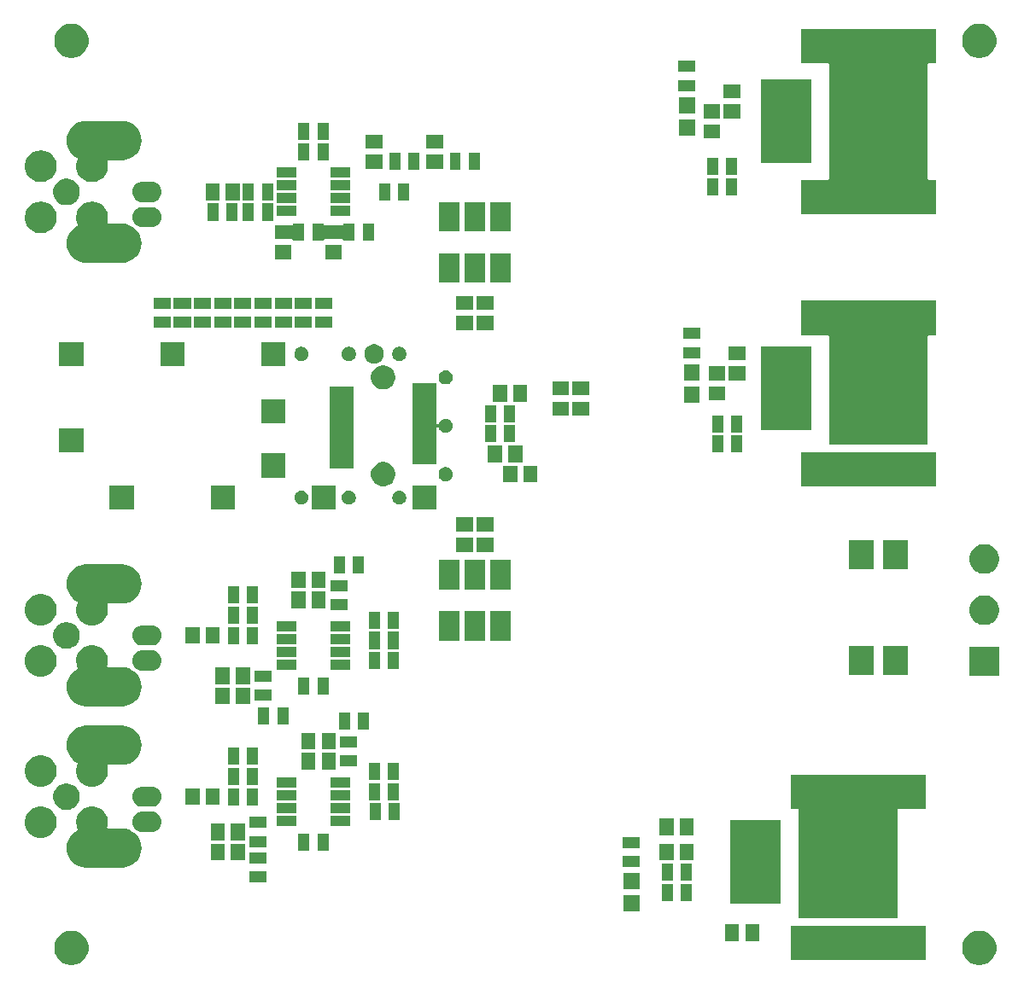
<source format=gbr>
G04 #@! TF.GenerationSoftware,KiCad,Pcbnew,5.0.1-33cea8e~68~ubuntu16.04.1*
G04 #@! TF.CreationDate,2018-10-24T20:06:13+03:00*
G04 #@! TF.ProjectId,sfp_v4,7366705F76342E6B696361645F706362,4*
G04 #@! TF.SameCoordinates,Original*
G04 #@! TF.FileFunction,Soldermask,Top*
G04 #@! TF.FilePolarity,Negative*
%FSLAX46Y46*%
G04 Gerber Fmt 4.6, Leading zero omitted, Abs format (unit mm)*
G04 Created by KiCad (PCBNEW 5.0.1-33cea8e~68~ubuntu16.04.1) date Wed 24 Oct 2018 20:06:13 EEST*
%MOMM*%
%LPD*%
G01*
G04 APERTURE LIST*
%ADD10C,0.100000*%
G04 APERTURE END LIST*
D10*
G36*
X155386393Y-133343553D02*
X155495872Y-133365330D01*
X155805252Y-133493479D01*
X156083687Y-133679523D01*
X156320477Y-133916313D01*
X156506521Y-134194748D01*
X156634670Y-134504128D01*
X156700000Y-134832565D01*
X156700000Y-135167435D01*
X156634670Y-135495872D01*
X156506521Y-135805252D01*
X156320477Y-136083687D01*
X156083687Y-136320477D01*
X155805252Y-136506521D01*
X155495872Y-136634670D01*
X155386393Y-136656447D01*
X155167437Y-136700000D01*
X154832563Y-136700000D01*
X154613607Y-136656447D01*
X154504128Y-136634670D01*
X154194748Y-136506521D01*
X153916313Y-136320477D01*
X153679523Y-136083687D01*
X153493479Y-135805252D01*
X153365330Y-135495872D01*
X153300000Y-135167435D01*
X153300000Y-134832565D01*
X153365330Y-134504128D01*
X153493479Y-134194748D01*
X153679523Y-133916313D01*
X153916313Y-133679523D01*
X154194748Y-133493479D01*
X154504128Y-133365330D01*
X154613607Y-133343553D01*
X154832563Y-133300000D01*
X155167437Y-133300000D01*
X155386393Y-133343553D01*
X155386393Y-133343553D01*
G37*
G36*
X65386393Y-133343553D02*
X65495872Y-133365330D01*
X65805252Y-133493479D01*
X66083687Y-133679523D01*
X66320477Y-133916313D01*
X66506521Y-134194748D01*
X66634670Y-134504128D01*
X66700000Y-134832565D01*
X66700000Y-135167435D01*
X66634670Y-135495872D01*
X66506521Y-135805252D01*
X66320477Y-136083687D01*
X66083687Y-136320477D01*
X65805252Y-136506521D01*
X65495872Y-136634670D01*
X65386393Y-136656447D01*
X65167437Y-136700000D01*
X64832563Y-136700000D01*
X64613607Y-136656447D01*
X64504128Y-136634670D01*
X64194748Y-136506521D01*
X63916313Y-136320477D01*
X63679523Y-136083687D01*
X63493479Y-135805252D01*
X63365330Y-135495872D01*
X63300000Y-135167435D01*
X63300000Y-134832565D01*
X63365330Y-134504128D01*
X63493479Y-134194748D01*
X63679523Y-133916313D01*
X63916313Y-133679523D01*
X64194748Y-133493479D01*
X64504128Y-133365330D01*
X64613607Y-133343553D01*
X64832563Y-133300000D01*
X65167437Y-133300000D01*
X65386393Y-133343553D01*
X65386393Y-133343553D01*
G37*
G36*
X149700000Y-136200000D02*
X136300000Y-136200000D01*
X136300000Y-132800000D01*
X149700000Y-132800000D01*
X149700000Y-136200000D01*
X149700000Y-136200000D01*
G37*
G36*
X133200000Y-134325000D02*
X131800000Y-134325000D01*
X131800000Y-132675000D01*
X133200000Y-132675000D01*
X133200000Y-134325000D01*
X133200000Y-134325000D01*
G37*
G36*
X131200000Y-134325000D02*
X129800000Y-134325000D01*
X129800000Y-132675000D01*
X131200000Y-132675000D01*
X131200000Y-134325000D01*
X131200000Y-134325000D01*
G37*
G36*
X149700000Y-121200000D02*
X147025000Y-121200000D01*
X147000614Y-121202402D01*
X146977165Y-121209515D01*
X146955554Y-121221066D01*
X146936612Y-121236612D01*
X146921066Y-121255554D01*
X146909515Y-121277165D01*
X146902402Y-121300614D01*
X146900000Y-121325000D01*
X146900000Y-132100000D01*
X137100000Y-132100000D01*
X137100000Y-121325000D01*
X137097598Y-121300614D01*
X137090485Y-121277165D01*
X137078934Y-121255554D01*
X137063388Y-121236612D01*
X137044446Y-121221066D01*
X137022835Y-121209515D01*
X136999386Y-121202402D01*
X136975000Y-121200000D01*
X136300000Y-121200000D01*
X136300000Y-117800000D01*
X149700000Y-117800000D01*
X149700000Y-121200000D01*
X149700000Y-121200000D01*
G37*
G36*
X121300000Y-131400000D02*
X119700000Y-131400000D01*
X119700000Y-129800000D01*
X121300000Y-129800000D01*
X121300000Y-131400000D01*
X121300000Y-131400000D01*
G37*
G36*
X135340000Y-130650000D02*
X130340000Y-130650000D01*
X130340000Y-122350000D01*
X135340000Y-122350000D01*
X135340000Y-130650000D01*
X135340000Y-130650000D01*
G37*
G36*
X124600000Y-130350000D02*
X123500000Y-130350000D01*
X123500000Y-128650000D01*
X124600000Y-128650000D01*
X124600000Y-130350000D01*
X124600000Y-130350000D01*
G37*
G36*
X126500000Y-130350000D02*
X125400000Y-130350000D01*
X125400000Y-128650000D01*
X126500000Y-128650000D01*
X126500000Y-130350000D01*
X126500000Y-130350000D01*
G37*
G36*
X121300000Y-129200000D02*
X119700000Y-129200000D01*
X119700000Y-127600000D01*
X121300000Y-127600000D01*
X121300000Y-129200000D01*
X121300000Y-129200000D01*
G37*
G36*
X84350000Y-128500000D02*
X82650000Y-128500000D01*
X82650000Y-127400000D01*
X84350000Y-127400000D01*
X84350000Y-128500000D01*
X84350000Y-128500000D01*
G37*
G36*
X126500000Y-128350000D02*
X125400000Y-128350000D01*
X125400000Y-126650000D01*
X126500000Y-126650000D01*
X126500000Y-128350000D01*
X126500000Y-128350000D01*
G37*
G36*
X124600000Y-128350000D02*
X123500000Y-128350000D01*
X123500000Y-126650000D01*
X124600000Y-126650000D01*
X124600000Y-128350000D01*
X124600000Y-128350000D01*
G37*
G36*
X67270462Y-120985083D02*
X67497952Y-121030334D01*
X67783674Y-121148684D01*
X68040817Y-121320501D01*
X68259499Y-121539183D01*
X68431316Y-121796326D01*
X68549666Y-122082048D01*
X68568155Y-122175000D01*
X68610000Y-122385367D01*
X68610000Y-122694633D01*
X68549590Y-122998334D01*
X68547188Y-123022720D01*
X68549590Y-123047106D01*
X68556703Y-123070555D01*
X68568254Y-123092166D01*
X68583800Y-123111108D01*
X68602742Y-123126654D01*
X68624353Y-123138205D01*
X68647802Y-123145318D01*
X68672188Y-123147720D01*
X70082457Y-123147720D01*
X70139753Y-123153363D01*
X70368939Y-123175936D01*
X70736526Y-123287443D01*
X71075297Y-123468519D01*
X71372232Y-123712208D01*
X71615921Y-124009143D01*
X71796997Y-124347914D01*
X71908504Y-124715501D01*
X71946155Y-125097780D01*
X71908504Y-125480059D01*
X71796997Y-125847646D01*
X71615921Y-126186417D01*
X71372232Y-126483352D01*
X71075297Y-126727041D01*
X70736526Y-126908117D01*
X70368939Y-127019624D01*
X70139753Y-127042197D01*
X70082457Y-127047840D01*
X66390743Y-127047840D01*
X66333447Y-127042197D01*
X66104261Y-127019624D01*
X65736674Y-126908117D01*
X65397903Y-126727041D01*
X65100968Y-126483352D01*
X64857279Y-126186417D01*
X64676203Y-125847646D01*
X64564696Y-125480059D01*
X64527045Y-125097780D01*
X64564696Y-124715501D01*
X64676203Y-124347914D01*
X64857279Y-124009143D01*
X65100968Y-123712208D01*
X65397903Y-123468519D01*
X65565997Y-123378671D01*
X65586371Y-123365058D01*
X65603698Y-123347731D01*
X65617312Y-123327357D01*
X65626689Y-123304718D01*
X65631470Y-123280684D01*
X65631470Y-123256180D01*
X65626690Y-123232147D01*
X65622557Y-123220597D01*
X65530334Y-122997952D01*
X65500167Y-122846292D01*
X65470000Y-122694633D01*
X65470000Y-122385367D01*
X65511845Y-122175000D01*
X65530334Y-122082048D01*
X65648684Y-121796326D01*
X65820501Y-121539183D01*
X66039183Y-121320501D01*
X66296326Y-121148684D01*
X66582048Y-121030334D01*
X66809538Y-120985083D01*
X66885367Y-120970000D01*
X67194633Y-120970000D01*
X67270462Y-120985083D01*
X67270462Y-120985083D01*
G37*
G36*
X121350000Y-127000000D02*
X119650000Y-127000000D01*
X119650000Y-125900000D01*
X121350000Y-125900000D01*
X121350000Y-127000000D01*
X121350000Y-127000000D01*
G37*
G36*
X84350000Y-126600000D02*
X82650000Y-126600000D01*
X82650000Y-125500000D01*
X84350000Y-125500000D01*
X84350000Y-126600000D01*
X84350000Y-126600000D01*
G37*
G36*
X82200000Y-126325000D02*
X80800000Y-126325000D01*
X80800000Y-124675000D01*
X82200000Y-124675000D01*
X82200000Y-126325000D01*
X82200000Y-126325000D01*
G37*
G36*
X124700000Y-126325000D02*
X123300000Y-126325000D01*
X123300000Y-124675000D01*
X124700000Y-124675000D01*
X124700000Y-126325000D01*
X124700000Y-126325000D01*
G37*
G36*
X80200000Y-126325000D02*
X78800000Y-126325000D01*
X78800000Y-124675000D01*
X80200000Y-124675000D01*
X80200000Y-126325000D01*
X80200000Y-126325000D01*
G37*
G36*
X126700000Y-126325000D02*
X125300000Y-126325000D01*
X125300000Y-124675000D01*
X126700000Y-124675000D01*
X126700000Y-126325000D01*
X126700000Y-126325000D01*
G37*
G36*
X88600000Y-125350000D02*
X87500000Y-125350000D01*
X87500000Y-123650000D01*
X88600000Y-123650000D01*
X88600000Y-125350000D01*
X88600000Y-125350000D01*
G37*
G36*
X90500000Y-125350000D02*
X89400000Y-125350000D01*
X89400000Y-123650000D01*
X90500000Y-123650000D01*
X90500000Y-125350000D01*
X90500000Y-125350000D01*
G37*
G36*
X121350000Y-125100000D02*
X119650000Y-125100000D01*
X119650000Y-124000000D01*
X121350000Y-124000000D01*
X121350000Y-125100000D01*
X121350000Y-125100000D01*
G37*
G36*
X84350000Y-125000000D02*
X82650000Y-125000000D01*
X82650000Y-123900000D01*
X84350000Y-123900000D01*
X84350000Y-125000000D01*
X84350000Y-125000000D01*
G37*
G36*
X80200000Y-124325000D02*
X78800000Y-124325000D01*
X78800000Y-122675000D01*
X80200000Y-122675000D01*
X80200000Y-124325000D01*
X80200000Y-124325000D01*
G37*
G36*
X82200000Y-124325000D02*
X80800000Y-124325000D01*
X80800000Y-122675000D01*
X82200000Y-122675000D01*
X82200000Y-124325000D01*
X82200000Y-124325000D01*
G37*
G36*
X62190462Y-120985083D02*
X62417952Y-121030334D01*
X62703674Y-121148684D01*
X62960817Y-121320501D01*
X63179499Y-121539183D01*
X63351316Y-121796326D01*
X63469666Y-122082048D01*
X63488155Y-122175000D01*
X63530000Y-122385367D01*
X63530000Y-122694633D01*
X63514916Y-122770462D01*
X63469666Y-122997952D01*
X63351316Y-123283674D01*
X63179499Y-123540817D01*
X62960817Y-123759499D01*
X62703674Y-123931316D01*
X62417952Y-124049666D01*
X62190462Y-124094916D01*
X62114633Y-124110000D01*
X61805367Y-124110000D01*
X61729538Y-124094916D01*
X61502048Y-124049666D01*
X61216326Y-123931316D01*
X60959183Y-123759499D01*
X60740501Y-123540817D01*
X60568684Y-123283674D01*
X60450334Y-122997952D01*
X60405083Y-122770462D01*
X60390000Y-122694633D01*
X60390000Y-122385367D01*
X60431845Y-122175000D01*
X60450334Y-122082048D01*
X60568684Y-121796326D01*
X60740501Y-121539183D01*
X60959183Y-121320501D01*
X61216326Y-121148684D01*
X61502048Y-121030334D01*
X61729538Y-120985083D01*
X61805367Y-120970000D01*
X62114633Y-120970000D01*
X62190462Y-120985083D01*
X62190462Y-120985083D01*
G37*
G36*
X124700000Y-123825000D02*
X123300000Y-123825000D01*
X123300000Y-122175000D01*
X124700000Y-122175000D01*
X124700000Y-123825000D01*
X124700000Y-123825000D01*
G37*
G36*
X126700000Y-123825000D02*
X125300000Y-123825000D01*
X125300000Y-122175000D01*
X126700000Y-122175000D01*
X126700000Y-123825000D01*
X126700000Y-123825000D01*
G37*
G36*
X73146894Y-121513731D02*
X73335414Y-121570917D01*
X73509154Y-121663784D01*
X73661439Y-121788761D01*
X73786416Y-121941046D01*
X73879283Y-122114786D01*
X73936469Y-122303306D01*
X73955779Y-122499360D01*
X73936469Y-122695414D01*
X73879283Y-122883934D01*
X73786416Y-123057674D01*
X73661439Y-123209959D01*
X73509154Y-123334936D01*
X73335414Y-123427803D01*
X73146894Y-123484989D01*
X72999970Y-123499460D01*
X72002550Y-123499460D01*
X71855626Y-123484989D01*
X71667106Y-123427803D01*
X71493366Y-123334936D01*
X71341081Y-123209959D01*
X71216104Y-123057674D01*
X71123237Y-122883934D01*
X71066051Y-122695414D01*
X71046741Y-122499360D01*
X71066051Y-122303306D01*
X71123237Y-122114786D01*
X71216104Y-121941046D01*
X71341081Y-121788761D01*
X71493366Y-121663784D01*
X71667106Y-121570917D01*
X71855626Y-121513731D01*
X72002550Y-121499260D01*
X72999970Y-121499260D01*
X73146894Y-121513731D01*
X73146894Y-121513731D01*
G37*
G36*
X84350000Y-123100000D02*
X82650000Y-123100000D01*
X82650000Y-122000000D01*
X84350000Y-122000000D01*
X84350000Y-123100000D01*
X84350000Y-123100000D01*
G37*
G36*
X87275000Y-122905000D02*
X85325000Y-122905000D01*
X85325000Y-121905000D01*
X87275000Y-121905000D01*
X87275000Y-122905000D01*
X87275000Y-122905000D01*
G37*
G36*
X92675000Y-122905000D02*
X90725000Y-122905000D01*
X90725000Y-121905000D01*
X92675000Y-121905000D01*
X92675000Y-122905000D01*
X92675000Y-122905000D01*
G37*
G36*
X97550000Y-122350000D02*
X96450000Y-122350000D01*
X96450000Y-120650000D01*
X97550000Y-120650000D01*
X97550000Y-122350000D01*
X97550000Y-122350000D01*
G37*
G36*
X95650000Y-122350000D02*
X94550000Y-122350000D01*
X94550000Y-120650000D01*
X95650000Y-120650000D01*
X95650000Y-122350000D01*
X95650000Y-122350000D01*
G37*
G36*
X92675000Y-121635000D02*
X90725000Y-121635000D01*
X90725000Y-120635000D01*
X92675000Y-120635000D01*
X92675000Y-121635000D01*
X92675000Y-121635000D01*
G37*
G36*
X87275000Y-121635000D02*
X85325000Y-121635000D01*
X85325000Y-120635000D01*
X87275000Y-120635000D01*
X87275000Y-121635000D01*
X87275000Y-121635000D01*
G37*
G36*
X64885029Y-118730726D02*
X65125253Y-118830230D01*
X65125255Y-118830231D01*
X65333934Y-118969666D01*
X65341454Y-118974691D01*
X65525309Y-119158546D01*
X65525311Y-119158549D01*
X65663258Y-119365000D01*
X65669770Y-119374747D01*
X65769274Y-119614971D01*
X65820000Y-119869990D01*
X65820000Y-120130010D01*
X65769274Y-120385029D01*
X65697498Y-120558312D01*
X65669769Y-120625255D01*
X65653235Y-120650000D01*
X65525309Y-120841454D01*
X65341454Y-121025309D01*
X65341451Y-121025311D01*
X65125255Y-121169769D01*
X65125254Y-121169770D01*
X65125253Y-121169770D01*
X64885029Y-121269274D01*
X64630010Y-121320000D01*
X64369990Y-121320000D01*
X64114971Y-121269274D01*
X63874747Y-121169770D01*
X63874746Y-121169770D01*
X63874745Y-121169769D01*
X63658549Y-121025311D01*
X63658546Y-121025309D01*
X63474691Y-120841454D01*
X63346765Y-120650000D01*
X63330231Y-120625255D01*
X63302502Y-120558312D01*
X63230726Y-120385029D01*
X63180000Y-120130010D01*
X63180000Y-119869990D01*
X63230726Y-119614971D01*
X63330230Y-119374747D01*
X63336743Y-119365000D01*
X63474689Y-119158549D01*
X63474691Y-119158546D01*
X63658546Y-118974691D01*
X63666066Y-118969666D01*
X63874745Y-118830231D01*
X63874747Y-118830230D01*
X64114971Y-118730726D01*
X64369990Y-118680000D01*
X64630010Y-118680000D01*
X64885029Y-118730726D01*
X64885029Y-118730726D01*
G37*
G36*
X73146894Y-119014371D02*
X73335414Y-119071557D01*
X73509154Y-119164424D01*
X73661439Y-119289401D01*
X73786416Y-119441686D01*
X73879283Y-119615426D01*
X73936469Y-119803946D01*
X73955779Y-120000000D01*
X73936469Y-120196054D01*
X73879283Y-120384574D01*
X73786416Y-120558314D01*
X73661439Y-120710599D01*
X73509154Y-120835576D01*
X73335414Y-120928443D01*
X73146894Y-120985629D01*
X72999970Y-121000100D01*
X72002550Y-121000100D01*
X71855626Y-120985629D01*
X71667106Y-120928443D01*
X71493366Y-120835576D01*
X71341081Y-120710599D01*
X71216104Y-120558314D01*
X71123237Y-120384574D01*
X71066051Y-120196054D01*
X71046741Y-120000000D01*
X71066051Y-119803946D01*
X71123237Y-119615426D01*
X71216104Y-119441686D01*
X71341081Y-119289401D01*
X71493366Y-119164424D01*
X71667106Y-119071557D01*
X71855626Y-119014371D01*
X72002550Y-118999900D01*
X72999970Y-118999900D01*
X73146894Y-119014371D01*
X73146894Y-119014371D01*
G37*
G36*
X83500000Y-120850000D02*
X82400000Y-120850000D01*
X82400000Y-119150000D01*
X83500000Y-119150000D01*
X83500000Y-120850000D01*
X83500000Y-120850000D01*
G37*
G36*
X81600000Y-120850000D02*
X80500000Y-120850000D01*
X80500000Y-119150000D01*
X81600000Y-119150000D01*
X81600000Y-120850000D01*
X81600000Y-120850000D01*
G37*
G36*
X79700000Y-120825000D02*
X78300000Y-120825000D01*
X78300000Y-119175000D01*
X79700000Y-119175000D01*
X79700000Y-120825000D01*
X79700000Y-120825000D01*
G37*
G36*
X77700000Y-120825000D02*
X76300000Y-120825000D01*
X76300000Y-119175000D01*
X77700000Y-119175000D01*
X77700000Y-120825000D01*
X77700000Y-120825000D01*
G37*
G36*
X92675000Y-120365000D02*
X90725000Y-120365000D01*
X90725000Y-119365000D01*
X92675000Y-119365000D01*
X92675000Y-120365000D01*
X92675000Y-120365000D01*
G37*
G36*
X87275000Y-120365000D02*
X85325000Y-120365000D01*
X85325000Y-119365000D01*
X87275000Y-119365000D01*
X87275000Y-120365000D01*
X87275000Y-120365000D01*
G37*
G36*
X97500000Y-120350000D02*
X96400000Y-120350000D01*
X96400000Y-118650000D01*
X97500000Y-118650000D01*
X97500000Y-120350000D01*
X97500000Y-120350000D01*
G37*
G36*
X95600000Y-120350000D02*
X94500000Y-120350000D01*
X94500000Y-118650000D01*
X95600000Y-118650000D01*
X95600000Y-120350000D01*
X95600000Y-120350000D01*
G37*
G36*
X92675000Y-119095000D02*
X90725000Y-119095000D01*
X90725000Y-118095000D01*
X92675000Y-118095000D01*
X92675000Y-119095000D01*
X92675000Y-119095000D01*
G37*
G36*
X87275000Y-119095000D02*
X85325000Y-119095000D01*
X85325000Y-118095000D01*
X87275000Y-118095000D01*
X87275000Y-119095000D01*
X87275000Y-119095000D01*
G37*
G36*
X70139753Y-112955263D02*
X70368939Y-112977836D01*
X70736526Y-113089343D01*
X71075297Y-113270419D01*
X71372232Y-113514108D01*
X71615921Y-113811043D01*
X71796997Y-114149814D01*
X71908504Y-114517401D01*
X71946155Y-114899680D01*
X71908504Y-115281959D01*
X71796997Y-115649546D01*
X71615921Y-115988317D01*
X71372232Y-116285252D01*
X71075297Y-116528941D01*
X70751765Y-116701872D01*
X70745720Y-116705103D01*
X70736526Y-116710017D01*
X70368939Y-116821524D01*
X70139753Y-116844097D01*
X70082457Y-116849740D01*
X68671683Y-116849740D01*
X68647297Y-116852142D01*
X68623848Y-116859255D01*
X68602237Y-116870806D01*
X68583295Y-116886352D01*
X68567749Y-116905294D01*
X68556198Y-116926905D01*
X68549085Y-116950354D01*
X68546683Y-116974740D01*
X68549085Y-116999126D01*
X68610000Y-117305367D01*
X68610000Y-117614632D01*
X68549666Y-117917952D01*
X68431316Y-118203674D01*
X68259499Y-118460817D01*
X68040817Y-118679499D01*
X67783674Y-118851316D01*
X67497952Y-118969666D01*
X67273204Y-119014371D01*
X67194633Y-119030000D01*
X66885367Y-119030000D01*
X66806796Y-119014371D01*
X66582048Y-118969666D01*
X66296326Y-118851316D01*
X66039183Y-118679499D01*
X65820501Y-118460817D01*
X65648684Y-118203674D01*
X65530334Y-117917952D01*
X65470000Y-117614632D01*
X65470000Y-117305368D01*
X65530334Y-117002048D01*
X65623419Y-116777322D01*
X65630531Y-116753875D01*
X65632933Y-116729489D01*
X65630531Y-116705103D01*
X65623418Y-116681654D01*
X65611867Y-116660043D01*
X65596321Y-116641101D01*
X65566858Y-116619249D01*
X65555468Y-116613161D01*
X65397903Y-116528941D01*
X65100968Y-116285252D01*
X64857279Y-115988317D01*
X64676203Y-115649546D01*
X64564696Y-115281959D01*
X64527045Y-114899680D01*
X64564696Y-114517401D01*
X64676203Y-114149814D01*
X64857279Y-113811043D01*
X65100968Y-113514108D01*
X65397903Y-113270419D01*
X65736674Y-113089343D01*
X66104261Y-112977836D01*
X66333447Y-112955263D01*
X66390743Y-112949620D01*
X70082457Y-112949620D01*
X70139753Y-112955263D01*
X70139753Y-112955263D01*
G37*
G36*
X62190462Y-115905083D02*
X62417952Y-115950334D01*
X62703674Y-116068684D01*
X62960817Y-116240501D01*
X63179499Y-116459183D01*
X63351316Y-116716326D01*
X63469666Y-117002048D01*
X63530000Y-117305368D01*
X63530000Y-117614632D01*
X63469666Y-117917952D01*
X63351316Y-118203674D01*
X63179499Y-118460817D01*
X62960817Y-118679499D01*
X62703674Y-118851316D01*
X62417952Y-118969666D01*
X62193204Y-119014371D01*
X62114633Y-119030000D01*
X61805367Y-119030000D01*
X61726796Y-119014371D01*
X61502048Y-118969666D01*
X61216326Y-118851316D01*
X60959183Y-118679499D01*
X60740501Y-118460817D01*
X60568684Y-118203674D01*
X60450334Y-117917952D01*
X60390000Y-117614632D01*
X60390000Y-117305368D01*
X60450334Y-117002048D01*
X60568684Y-116716326D01*
X60740501Y-116459183D01*
X60959183Y-116240501D01*
X61216326Y-116068684D01*
X61502048Y-115950334D01*
X61729538Y-115905083D01*
X61805367Y-115890000D01*
X62114633Y-115890000D01*
X62190462Y-115905083D01*
X62190462Y-115905083D01*
G37*
G36*
X81600000Y-118850000D02*
X80500000Y-118850000D01*
X80500000Y-117150000D01*
X81600000Y-117150000D01*
X81600000Y-118850000D01*
X81600000Y-118850000D01*
G37*
G36*
X83500000Y-118850000D02*
X82400000Y-118850000D01*
X82400000Y-117150000D01*
X83500000Y-117150000D01*
X83500000Y-118850000D01*
X83500000Y-118850000D01*
G37*
G36*
X97500000Y-118350000D02*
X96400000Y-118350000D01*
X96400000Y-116650000D01*
X97500000Y-116650000D01*
X97500000Y-118350000D01*
X97500000Y-118350000D01*
G37*
G36*
X95600000Y-118350000D02*
X94500000Y-118350000D01*
X94500000Y-116650000D01*
X95600000Y-116650000D01*
X95600000Y-118350000D01*
X95600000Y-118350000D01*
G37*
G36*
X91200000Y-117325000D02*
X89800000Y-117325000D01*
X89800000Y-115675000D01*
X91200000Y-115675000D01*
X91200000Y-117325000D01*
X91200000Y-117325000D01*
G37*
G36*
X89200000Y-117325000D02*
X87800000Y-117325000D01*
X87800000Y-115675000D01*
X89200000Y-115675000D01*
X89200000Y-117325000D01*
X89200000Y-117325000D01*
G37*
G36*
X93350000Y-117000000D02*
X91650000Y-117000000D01*
X91650000Y-115900000D01*
X93350000Y-115900000D01*
X93350000Y-117000000D01*
X93350000Y-117000000D01*
G37*
G36*
X83500000Y-116850000D02*
X82400000Y-116850000D01*
X82400000Y-115150000D01*
X83500000Y-115150000D01*
X83500000Y-116850000D01*
X83500000Y-116850000D01*
G37*
G36*
X81600000Y-116850000D02*
X80500000Y-116850000D01*
X80500000Y-115150000D01*
X81600000Y-115150000D01*
X81600000Y-116850000D01*
X81600000Y-116850000D01*
G37*
G36*
X89200000Y-115325000D02*
X87800000Y-115325000D01*
X87800000Y-113675000D01*
X89200000Y-113675000D01*
X89200000Y-115325000D01*
X89200000Y-115325000D01*
G37*
G36*
X91200000Y-115325000D02*
X89800000Y-115325000D01*
X89800000Y-113675000D01*
X91200000Y-113675000D01*
X91200000Y-115325000D01*
X91200000Y-115325000D01*
G37*
G36*
X93350000Y-115100000D02*
X91650000Y-115100000D01*
X91650000Y-114000000D01*
X93350000Y-114000000D01*
X93350000Y-115100000D01*
X93350000Y-115100000D01*
G37*
G36*
X94500000Y-113350000D02*
X93400000Y-113350000D01*
X93400000Y-111650000D01*
X94500000Y-111650000D01*
X94500000Y-113350000D01*
X94500000Y-113350000D01*
G37*
G36*
X92600000Y-113350000D02*
X91500000Y-113350000D01*
X91500000Y-111650000D01*
X92600000Y-111650000D01*
X92600000Y-113350000D01*
X92600000Y-113350000D01*
G37*
G36*
X84600000Y-112850000D02*
X83500000Y-112850000D01*
X83500000Y-111150000D01*
X84600000Y-111150000D01*
X84600000Y-112850000D01*
X84600000Y-112850000D01*
G37*
G36*
X86500000Y-112850000D02*
X85400000Y-112850000D01*
X85400000Y-111150000D01*
X86500000Y-111150000D01*
X86500000Y-112850000D01*
X86500000Y-112850000D01*
G37*
G36*
X67270462Y-104985083D02*
X67497952Y-105030334D01*
X67783674Y-105148684D01*
X68040817Y-105320501D01*
X68259499Y-105539183D01*
X68431316Y-105796326D01*
X68549666Y-106082048D01*
X68593677Y-106303306D01*
X68610000Y-106385367D01*
X68610000Y-106694633D01*
X68549590Y-106998334D01*
X68547188Y-107022720D01*
X68549590Y-107047106D01*
X68556703Y-107070555D01*
X68568254Y-107092166D01*
X68583800Y-107111108D01*
X68602742Y-107126654D01*
X68624353Y-107138205D01*
X68647802Y-107145318D01*
X68672188Y-107147720D01*
X70082457Y-107147720D01*
X70139753Y-107153363D01*
X70368939Y-107175936D01*
X70736526Y-107287443D01*
X71075297Y-107468519D01*
X71372232Y-107712208D01*
X71615921Y-108009143D01*
X71796997Y-108347914D01*
X71908504Y-108715501D01*
X71946155Y-109097780D01*
X71908504Y-109480059D01*
X71796997Y-109847646D01*
X71615921Y-110186417D01*
X71372232Y-110483352D01*
X71075297Y-110727041D01*
X70736526Y-110908117D01*
X70368939Y-111019624D01*
X70139753Y-111042197D01*
X70082457Y-111047840D01*
X66390743Y-111047840D01*
X66333447Y-111042197D01*
X66104261Y-111019624D01*
X65736674Y-110908117D01*
X65397903Y-110727041D01*
X65100968Y-110483352D01*
X64857279Y-110186417D01*
X64676203Y-109847646D01*
X64564696Y-109480059D01*
X64527045Y-109097780D01*
X64564696Y-108715501D01*
X64676203Y-108347914D01*
X64857279Y-108009143D01*
X65100968Y-107712208D01*
X65397903Y-107468519D01*
X65565997Y-107378671D01*
X65586371Y-107365058D01*
X65603698Y-107347731D01*
X65617312Y-107327357D01*
X65626689Y-107304718D01*
X65631470Y-107280684D01*
X65631470Y-107256180D01*
X65626690Y-107232147D01*
X65622557Y-107220597D01*
X65530334Y-106997952D01*
X65500167Y-106846292D01*
X65470000Y-106694633D01*
X65470000Y-106385367D01*
X65486323Y-106303306D01*
X65530334Y-106082048D01*
X65648684Y-105796326D01*
X65820501Y-105539183D01*
X66039183Y-105320501D01*
X66296326Y-105148684D01*
X66582048Y-105030334D01*
X66809538Y-104985083D01*
X66885367Y-104970000D01*
X67194633Y-104970000D01*
X67270462Y-104985083D01*
X67270462Y-104985083D01*
G37*
G36*
X82700000Y-110825000D02*
X81300000Y-110825000D01*
X81300000Y-109175000D01*
X82700000Y-109175000D01*
X82700000Y-110825000D01*
X82700000Y-110825000D01*
G37*
G36*
X80700000Y-110825000D02*
X79300000Y-110825000D01*
X79300000Y-109175000D01*
X80700000Y-109175000D01*
X80700000Y-110825000D01*
X80700000Y-110825000D01*
G37*
G36*
X84850000Y-110500000D02*
X83150000Y-110500000D01*
X83150000Y-109400000D01*
X84850000Y-109400000D01*
X84850000Y-110500000D01*
X84850000Y-110500000D01*
G37*
G36*
X90500000Y-109850000D02*
X89400000Y-109850000D01*
X89400000Y-108150000D01*
X90500000Y-108150000D01*
X90500000Y-109850000D01*
X90500000Y-109850000D01*
G37*
G36*
X88600000Y-109850000D02*
X87500000Y-109850000D01*
X87500000Y-108150000D01*
X88600000Y-108150000D01*
X88600000Y-109850000D01*
X88600000Y-109850000D01*
G37*
G36*
X80700000Y-108825000D02*
X79300000Y-108825000D01*
X79300000Y-107175000D01*
X80700000Y-107175000D01*
X80700000Y-108825000D01*
X80700000Y-108825000D01*
G37*
G36*
X82700000Y-108825000D02*
X81300000Y-108825000D01*
X81300000Y-107175000D01*
X82700000Y-107175000D01*
X82700000Y-108825000D01*
X82700000Y-108825000D01*
G37*
G36*
X84850000Y-108600000D02*
X83150000Y-108600000D01*
X83150000Y-107500000D01*
X84850000Y-107500000D01*
X84850000Y-108600000D01*
X84850000Y-108600000D01*
G37*
G36*
X62190462Y-104985083D02*
X62417952Y-105030334D01*
X62703674Y-105148684D01*
X62960817Y-105320501D01*
X63179499Y-105539183D01*
X63351316Y-105796326D01*
X63469666Y-106082048D01*
X63513677Y-106303306D01*
X63530000Y-106385367D01*
X63530000Y-106694633D01*
X63514916Y-106770462D01*
X63469666Y-106997952D01*
X63351316Y-107283674D01*
X63179499Y-107540817D01*
X62960817Y-107759499D01*
X62703674Y-107931316D01*
X62417952Y-108049666D01*
X62190462Y-108094917D01*
X62114633Y-108110000D01*
X61805367Y-108110000D01*
X61729538Y-108094917D01*
X61502048Y-108049666D01*
X61216326Y-107931316D01*
X60959183Y-107759499D01*
X60740501Y-107540817D01*
X60568684Y-107283674D01*
X60450334Y-106997952D01*
X60405084Y-106770462D01*
X60390000Y-106694633D01*
X60390000Y-106385367D01*
X60406323Y-106303306D01*
X60450334Y-106082048D01*
X60568684Y-105796326D01*
X60740501Y-105539183D01*
X60959183Y-105320501D01*
X61216326Y-105148684D01*
X61502048Y-105030334D01*
X61729538Y-104985083D01*
X61805367Y-104970000D01*
X62114633Y-104970000D01*
X62190462Y-104985083D01*
X62190462Y-104985083D01*
G37*
G36*
X156970000Y-108050000D02*
X154030000Y-108050000D01*
X154030000Y-105110000D01*
X156970000Y-105110000D01*
X156970000Y-108050000D01*
X156970000Y-108050000D01*
G37*
G36*
X147900000Y-107950000D02*
X145500000Y-107950000D01*
X145500000Y-105050000D01*
X147900000Y-105050000D01*
X147900000Y-107950000D01*
X147900000Y-107950000D01*
G37*
G36*
X144500000Y-107950000D02*
X142100000Y-107950000D01*
X142100000Y-105050000D01*
X144500000Y-105050000D01*
X144500000Y-107950000D01*
X144500000Y-107950000D01*
G37*
G36*
X73146894Y-105513731D02*
X73335414Y-105570917D01*
X73509154Y-105663784D01*
X73661439Y-105788761D01*
X73786416Y-105941046D01*
X73879283Y-106114786D01*
X73936469Y-106303306D01*
X73955779Y-106499360D01*
X73936469Y-106695414D01*
X73879283Y-106883934D01*
X73786416Y-107057674D01*
X73661439Y-107209959D01*
X73509154Y-107334936D01*
X73335414Y-107427803D01*
X73146894Y-107484989D01*
X72999970Y-107499460D01*
X72002550Y-107499460D01*
X71855626Y-107484989D01*
X71667106Y-107427803D01*
X71493366Y-107334936D01*
X71341081Y-107209959D01*
X71216104Y-107057674D01*
X71123237Y-106883934D01*
X71066051Y-106695414D01*
X71046741Y-106499360D01*
X71066051Y-106303306D01*
X71123237Y-106114786D01*
X71216104Y-105941046D01*
X71341081Y-105788761D01*
X71493366Y-105663784D01*
X71667106Y-105570917D01*
X71855626Y-105513731D01*
X72002550Y-105499260D01*
X72999970Y-105499260D01*
X73146894Y-105513731D01*
X73146894Y-105513731D01*
G37*
G36*
X87275000Y-107405000D02*
X85325000Y-107405000D01*
X85325000Y-106405000D01*
X87275000Y-106405000D01*
X87275000Y-107405000D01*
X87275000Y-107405000D01*
G37*
G36*
X92675000Y-107405000D02*
X90725000Y-107405000D01*
X90725000Y-106405000D01*
X92675000Y-106405000D01*
X92675000Y-107405000D01*
X92675000Y-107405000D01*
G37*
G36*
X95600000Y-107350000D02*
X94500000Y-107350000D01*
X94500000Y-105650000D01*
X95600000Y-105650000D01*
X95600000Y-107350000D01*
X95600000Y-107350000D01*
G37*
G36*
X97500000Y-107350000D02*
X96400000Y-107350000D01*
X96400000Y-105650000D01*
X97500000Y-105650000D01*
X97500000Y-107350000D01*
X97500000Y-107350000D01*
G37*
G36*
X92675000Y-106135000D02*
X90725000Y-106135000D01*
X90725000Y-105135000D01*
X92675000Y-105135000D01*
X92675000Y-106135000D01*
X92675000Y-106135000D01*
G37*
G36*
X87275000Y-106135000D02*
X85325000Y-106135000D01*
X85325000Y-105135000D01*
X87275000Y-105135000D01*
X87275000Y-106135000D01*
X87275000Y-106135000D01*
G37*
G36*
X95600000Y-105350000D02*
X94500000Y-105350000D01*
X94500000Y-103650000D01*
X95600000Y-103650000D01*
X95600000Y-105350000D01*
X95600000Y-105350000D01*
G37*
G36*
X97500000Y-105350000D02*
X96400000Y-105350000D01*
X96400000Y-103650000D01*
X97500000Y-103650000D01*
X97500000Y-105350000D01*
X97500000Y-105350000D01*
G37*
G36*
X64885029Y-102730726D02*
X65058782Y-102802697D01*
X65125255Y-102830231D01*
X65249889Y-102913509D01*
X65341454Y-102974691D01*
X65525309Y-103158546D01*
X65669770Y-103374747D01*
X65769274Y-103614971D01*
X65820000Y-103869990D01*
X65820000Y-104130010D01*
X65769274Y-104385029D01*
X65669770Y-104625253D01*
X65525309Y-104841454D01*
X65341454Y-105025309D01*
X65341451Y-105025311D01*
X65125255Y-105169769D01*
X65125254Y-105169770D01*
X65125253Y-105169770D01*
X64885029Y-105269274D01*
X64630010Y-105320000D01*
X64369990Y-105320000D01*
X64114971Y-105269274D01*
X63874747Y-105169770D01*
X63874746Y-105169770D01*
X63874745Y-105169769D01*
X63658549Y-105025311D01*
X63658546Y-105025309D01*
X63474691Y-104841454D01*
X63330230Y-104625253D01*
X63230726Y-104385029D01*
X63180000Y-104130010D01*
X63180000Y-103869990D01*
X63230726Y-103614971D01*
X63330230Y-103374747D01*
X63474691Y-103158546D01*
X63658546Y-102974691D01*
X63750111Y-102913509D01*
X63874745Y-102830231D01*
X63941218Y-102802697D01*
X64114971Y-102730726D01*
X64369990Y-102680000D01*
X64630010Y-102680000D01*
X64885029Y-102730726D01*
X64885029Y-102730726D01*
G37*
G36*
X73146894Y-103014371D02*
X73335414Y-103071557D01*
X73509154Y-103164424D01*
X73661439Y-103289401D01*
X73786416Y-103441686D01*
X73879283Y-103615426D01*
X73936469Y-103803946D01*
X73955779Y-104000000D01*
X73936469Y-104196054D01*
X73879283Y-104384574D01*
X73786416Y-104558314D01*
X73661439Y-104710599D01*
X73509154Y-104835576D01*
X73335414Y-104928443D01*
X73146894Y-104985629D01*
X72999970Y-105000100D01*
X72002550Y-105000100D01*
X71855626Y-104985629D01*
X71667106Y-104928443D01*
X71493366Y-104835576D01*
X71341081Y-104710599D01*
X71216104Y-104558314D01*
X71123237Y-104384574D01*
X71066051Y-104196054D01*
X71046741Y-104000000D01*
X71066051Y-103803946D01*
X71123237Y-103615426D01*
X71216104Y-103441686D01*
X71341081Y-103289401D01*
X71493366Y-103164424D01*
X71667106Y-103071557D01*
X71855626Y-103014371D01*
X72002550Y-102999900D01*
X72999970Y-102999900D01*
X73146894Y-103014371D01*
X73146894Y-103014371D01*
G37*
G36*
X92675000Y-104865000D02*
X90725000Y-104865000D01*
X90725000Y-103865000D01*
X92675000Y-103865000D01*
X92675000Y-104865000D01*
X92675000Y-104865000D01*
G37*
G36*
X87275000Y-104865000D02*
X85325000Y-104865000D01*
X85325000Y-103865000D01*
X87275000Y-103865000D01*
X87275000Y-104865000D01*
X87275000Y-104865000D01*
G37*
G36*
X81600000Y-104850000D02*
X80500000Y-104850000D01*
X80500000Y-103150000D01*
X81600000Y-103150000D01*
X81600000Y-104850000D01*
X81600000Y-104850000D01*
G37*
G36*
X83500000Y-104850000D02*
X82400000Y-104850000D01*
X82400000Y-103150000D01*
X83500000Y-103150000D01*
X83500000Y-104850000D01*
X83500000Y-104850000D01*
G37*
G36*
X79700000Y-104825000D02*
X78300000Y-104825000D01*
X78300000Y-103175000D01*
X79700000Y-103175000D01*
X79700000Y-104825000D01*
X79700000Y-104825000D01*
G37*
G36*
X77700000Y-104825000D02*
X76300000Y-104825000D01*
X76300000Y-103175000D01*
X77700000Y-103175000D01*
X77700000Y-104825000D01*
X77700000Y-104825000D01*
G37*
G36*
X103485500Y-104510000D02*
X101434500Y-104510000D01*
X101434500Y-101570000D01*
X103485500Y-101570000D01*
X103485500Y-104510000D01*
X103485500Y-104510000D01*
G37*
G36*
X106025500Y-104510000D02*
X103974500Y-104510000D01*
X103974500Y-101570000D01*
X106025500Y-101570000D01*
X106025500Y-104510000D01*
X106025500Y-104510000D01*
G37*
G36*
X108565500Y-104510000D02*
X106514500Y-104510000D01*
X106514500Y-101570000D01*
X108565500Y-101570000D01*
X108565500Y-104510000D01*
X108565500Y-104510000D01*
G37*
G36*
X87275000Y-103595000D02*
X85325000Y-103595000D01*
X85325000Y-102595000D01*
X87275000Y-102595000D01*
X87275000Y-103595000D01*
X87275000Y-103595000D01*
G37*
G36*
X92675000Y-103595000D02*
X90725000Y-103595000D01*
X90725000Y-102595000D01*
X92675000Y-102595000D01*
X92675000Y-103595000D01*
X92675000Y-103595000D01*
G37*
G36*
X97500000Y-103350000D02*
X96400000Y-103350000D01*
X96400000Y-101650000D01*
X97500000Y-101650000D01*
X97500000Y-103350000D01*
X97500000Y-103350000D01*
G37*
G36*
X95600000Y-103350000D02*
X94500000Y-103350000D01*
X94500000Y-101650000D01*
X95600000Y-101650000D01*
X95600000Y-103350000D01*
X95600000Y-103350000D01*
G37*
G36*
X62190462Y-99905083D02*
X62417952Y-99950334D01*
X62703674Y-100068684D01*
X62960817Y-100240501D01*
X63179499Y-100459183D01*
X63351316Y-100716326D01*
X63469666Y-101002048D01*
X63483425Y-101071219D01*
X63530000Y-101305367D01*
X63530000Y-101614633D01*
X63522965Y-101650000D01*
X63469666Y-101917952D01*
X63351316Y-102203674D01*
X63179499Y-102460817D01*
X62960817Y-102679499D01*
X62703674Y-102851316D01*
X62417952Y-102969666D01*
X62193204Y-103014371D01*
X62114633Y-103030000D01*
X61805367Y-103030000D01*
X61726796Y-103014371D01*
X61502048Y-102969666D01*
X61216326Y-102851316D01*
X60959183Y-102679499D01*
X60740501Y-102460817D01*
X60568684Y-102203674D01*
X60450334Y-101917952D01*
X60397035Y-101650000D01*
X60390000Y-101614633D01*
X60390000Y-101305367D01*
X60436575Y-101071219D01*
X60450334Y-101002048D01*
X60568684Y-100716326D01*
X60740501Y-100459183D01*
X60959183Y-100240501D01*
X61216326Y-100068684D01*
X61502048Y-99950334D01*
X61729538Y-99905083D01*
X61805367Y-99890000D01*
X62114633Y-99890000D01*
X62190462Y-99905083D01*
X62190462Y-99905083D01*
G37*
G36*
X70139753Y-96955263D02*
X70368939Y-96977836D01*
X70736526Y-97089343D01*
X71075297Y-97270419D01*
X71372232Y-97514108D01*
X71615921Y-97811043D01*
X71796997Y-98149814D01*
X71908504Y-98517401D01*
X71946155Y-98899680D01*
X71908504Y-99281959D01*
X71796997Y-99649546D01*
X71615921Y-99988317D01*
X71372232Y-100285252D01*
X71075297Y-100528941D01*
X70751765Y-100701872D01*
X70745720Y-100705103D01*
X70736526Y-100710017D01*
X70368939Y-100821524D01*
X70139753Y-100844097D01*
X70082457Y-100849740D01*
X68671683Y-100849740D01*
X68647297Y-100852142D01*
X68623848Y-100859255D01*
X68602237Y-100870806D01*
X68583295Y-100886352D01*
X68567749Y-100905294D01*
X68556198Y-100926905D01*
X68549085Y-100950354D01*
X68546683Y-100974740D01*
X68549085Y-100999126D01*
X68610000Y-101305367D01*
X68610000Y-101614633D01*
X68602965Y-101650000D01*
X68549666Y-101917952D01*
X68431316Y-102203674D01*
X68259499Y-102460817D01*
X68040817Y-102679499D01*
X67783674Y-102851316D01*
X67497952Y-102969666D01*
X67273204Y-103014371D01*
X67194633Y-103030000D01*
X66885367Y-103030000D01*
X66806796Y-103014371D01*
X66582048Y-102969666D01*
X66296326Y-102851316D01*
X66039183Y-102679499D01*
X65820501Y-102460817D01*
X65648684Y-102203674D01*
X65530334Y-101917952D01*
X65477035Y-101650000D01*
X65470000Y-101614633D01*
X65470000Y-101305367D01*
X65516575Y-101071219D01*
X65530334Y-101002048D01*
X65623419Y-100777322D01*
X65630531Y-100753875D01*
X65632933Y-100729489D01*
X65630531Y-100705103D01*
X65623418Y-100681654D01*
X65611867Y-100660043D01*
X65596321Y-100641101D01*
X65566858Y-100619249D01*
X65555468Y-100613161D01*
X65397903Y-100528941D01*
X65100968Y-100285252D01*
X64857279Y-99988317D01*
X64676203Y-99649546D01*
X64564696Y-99281959D01*
X64527045Y-98899680D01*
X64564696Y-98517401D01*
X64676203Y-98149814D01*
X64857279Y-97811043D01*
X65100968Y-97514108D01*
X65397903Y-97270419D01*
X65736674Y-97089343D01*
X66104261Y-96977836D01*
X66333447Y-96955263D01*
X66390743Y-96949620D01*
X70082457Y-96949620D01*
X70139753Y-96955263D01*
X70139753Y-96955263D01*
G37*
G36*
X155928781Y-100086490D02*
X156196307Y-100197303D01*
X156437074Y-100358178D01*
X156641822Y-100562926D01*
X156802697Y-100803693D01*
X156913510Y-101071219D01*
X156970000Y-101355216D01*
X156970000Y-101644784D01*
X156913510Y-101928781D01*
X156802697Y-102196307D01*
X156641822Y-102437074D01*
X156437074Y-102641822D01*
X156196307Y-102802697D01*
X155928781Y-102913510D01*
X155644784Y-102970000D01*
X155355216Y-102970000D01*
X155071219Y-102913510D01*
X154803693Y-102802697D01*
X154562926Y-102641822D01*
X154358178Y-102437074D01*
X154197303Y-102196307D01*
X154086490Y-101928781D01*
X154030000Y-101644784D01*
X154030000Y-101355216D01*
X154086490Y-101071219D01*
X154197303Y-100803693D01*
X154358178Y-100562926D01*
X154562926Y-100358178D01*
X154803693Y-100197303D01*
X155071219Y-100086490D01*
X155355216Y-100030000D01*
X155644784Y-100030000D01*
X155928781Y-100086490D01*
X155928781Y-100086490D01*
G37*
G36*
X83500000Y-102850000D02*
X82400000Y-102850000D01*
X82400000Y-101150000D01*
X83500000Y-101150000D01*
X83500000Y-102850000D01*
X83500000Y-102850000D01*
G37*
G36*
X81600000Y-102850000D02*
X80500000Y-102850000D01*
X80500000Y-101150000D01*
X81600000Y-101150000D01*
X81600000Y-102850000D01*
X81600000Y-102850000D01*
G37*
G36*
X92350000Y-101500000D02*
X90650000Y-101500000D01*
X90650000Y-100400000D01*
X92350000Y-100400000D01*
X92350000Y-101500000D01*
X92350000Y-101500000D01*
G37*
G36*
X90200000Y-101325000D02*
X88800000Y-101325000D01*
X88800000Y-99675000D01*
X90200000Y-99675000D01*
X90200000Y-101325000D01*
X90200000Y-101325000D01*
G37*
G36*
X88200000Y-101325000D02*
X86800000Y-101325000D01*
X86800000Y-99675000D01*
X88200000Y-99675000D01*
X88200000Y-101325000D01*
X88200000Y-101325000D01*
G37*
G36*
X83500000Y-100850000D02*
X82400000Y-100850000D01*
X82400000Y-99150000D01*
X83500000Y-99150000D01*
X83500000Y-100850000D01*
X83500000Y-100850000D01*
G37*
G36*
X81600000Y-100850000D02*
X80500000Y-100850000D01*
X80500000Y-99150000D01*
X81600000Y-99150000D01*
X81600000Y-100850000D01*
X81600000Y-100850000D01*
G37*
G36*
X92350000Y-99600000D02*
X90650000Y-99600000D01*
X90650000Y-98500000D01*
X92350000Y-98500000D01*
X92350000Y-99600000D01*
X92350000Y-99600000D01*
G37*
G36*
X108565500Y-99430000D02*
X106514500Y-99430000D01*
X106514500Y-96490000D01*
X108565500Y-96490000D01*
X108565500Y-99430000D01*
X108565500Y-99430000D01*
G37*
G36*
X103485500Y-99430000D02*
X101434500Y-99430000D01*
X101434500Y-96490000D01*
X103485500Y-96490000D01*
X103485500Y-99430000D01*
X103485500Y-99430000D01*
G37*
G36*
X106025500Y-99430000D02*
X103974500Y-99430000D01*
X103974500Y-96490000D01*
X106025500Y-96490000D01*
X106025500Y-99430000D01*
X106025500Y-99430000D01*
G37*
G36*
X88200000Y-99325000D02*
X86800000Y-99325000D01*
X86800000Y-97675000D01*
X88200000Y-97675000D01*
X88200000Y-99325000D01*
X88200000Y-99325000D01*
G37*
G36*
X90200000Y-99325000D02*
X88800000Y-99325000D01*
X88800000Y-97675000D01*
X90200000Y-97675000D01*
X90200000Y-99325000D01*
X90200000Y-99325000D01*
G37*
G36*
X155928781Y-95006490D02*
X156196307Y-95117303D01*
X156437074Y-95278178D01*
X156641822Y-95482926D01*
X156802697Y-95723693D01*
X156913510Y-95991219D01*
X156970000Y-96275216D01*
X156970000Y-96564784D01*
X156913510Y-96848781D01*
X156802697Y-97116307D01*
X156641822Y-97357074D01*
X156437074Y-97561822D01*
X156196307Y-97722697D01*
X155928781Y-97833510D01*
X155644784Y-97890000D01*
X155355216Y-97890000D01*
X155071219Y-97833510D01*
X154803693Y-97722697D01*
X154562926Y-97561822D01*
X154358178Y-97357074D01*
X154197303Y-97116307D01*
X154086490Y-96848781D01*
X154030000Y-96564784D01*
X154030000Y-96275216D01*
X154086490Y-95991219D01*
X154197303Y-95723693D01*
X154358178Y-95482926D01*
X154562926Y-95278178D01*
X154803693Y-95117303D01*
X155071219Y-95006490D01*
X155355216Y-94950000D01*
X155644784Y-94950000D01*
X155928781Y-95006490D01*
X155928781Y-95006490D01*
G37*
G36*
X94000000Y-97850000D02*
X92900000Y-97850000D01*
X92900000Y-96150000D01*
X94000000Y-96150000D01*
X94000000Y-97850000D01*
X94000000Y-97850000D01*
G37*
G36*
X92100000Y-97850000D02*
X91000000Y-97850000D01*
X91000000Y-96150000D01*
X92100000Y-96150000D01*
X92100000Y-97850000D01*
X92100000Y-97850000D01*
G37*
G36*
X147900000Y-97450000D02*
X145500000Y-97450000D01*
X145500000Y-94550000D01*
X147900000Y-94550000D01*
X147900000Y-97450000D01*
X147900000Y-97450000D01*
G37*
G36*
X144500000Y-97450000D02*
X142100000Y-97450000D01*
X142100000Y-94550000D01*
X144500000Y-94550000D01*
X144500000Y-97450000D01*
X144500000Y-97450000D01*
G37*
G36*
X104825000Y-95700000D02*
X103175000Y-95700000D01*
X103175000Y-94300000D01*
X104825000Y-94300000D01*
X104825000Y-95700000D01*
X104825000Y-95700000D01*
G37*
G36*
X106825000Y-95700000D02*
X105175000Y-95700000D01*
X105175000Y-94300000D01*
X106825000Y-94300000D01*
X106825000Y-95700000D01*
X106825000Y-95700000D01*
G37*
G36*
X106825000Y-93700000D02*
X105175000Y-93700000D01*
X105175000Y-92300000D01*
X106825000Y-92300000D01*
X106825000Y-93700000D01*
X106825000Y-93700000D01*
G37*
G36*
X104825000Y-93700000D02*
X103175000Y-93700000D01*
X103175000Y-92300000D01*
X104825000Y-92300000D01*
X104825000Y-93700000D01*
X104825000Y-93700000D01*
G37*
G36*
X71200000Y-91520000D02*
X68800000Y-91520000D01*
X68800000Y-89120000D01*
X71200000Y-89120000D01*
X71200000Y-91520000D01*
X71200000Y-91520000D01*
G37*
G36*
X101200000Y-91520000D02*
X98800000Y-91520000D01*
X98800000Y-89120000D01*
X101200000Y-89120000D01*
X101200000Y-91520000D01*
X101200000Y-91520000D01*
G37*
G36*
X91200000Y-91520000D02*
X88800000Y-91520000D01*
X88800000Y-89120000D01*
X91200000Y-89120000D01*
X91200000Y-91520000D01*
X91200000Y-91520000D01*
G37*
G36*
X81200000Y-91520000D02*
X78800000Y-91520000D01*
X78800000Y-89120000D01*
X81200000Y-89120000D01*
X81200000Y-91520000D01*
X81200000Y-91520000D01*
G37*
G36*
X97704183Y-89646900D02*
X97831574Y-89699668D01*
X97946225Y-89776275D01*
X98043725Y-89873775D01*
X98120332Y-89988426D01*
X98173100Y-90115817D01*
X98200000Y-90251055D01*
X98200000Y-90388945D01*
X98173100Y-90524183D01*
X98120332Y-90651574D01*
X98043725Y-90766225D01*
X97946225Y-90863725D01*
X97831574Y-90940332D01*
X97704183Y-90993100D01*
X97568945Y-91020000D01*
X97431055Y-91020000D01*
X97295817Y-90993100D01*
X97168426Y-90940332D01*
X97053775Y-90863725D01*
X96956275Y-90766225D01*
X96879668Y-90651574D01*
X96826900Y-90524183D01*
X96800000Y-90388945D01*
X96800000Y-90251055D01*
X96826900Y-90115817D01*
X96879668Y-89988426D01*
X96956275Y-89873775D01*
X97053775Y-89776275D01*
X97168426Y-89699668D01*
X97295817Y-89646900D01*
X97431055Y-89620000D01*
X97568945Y-89620000D01*
X97704183Y-89646900D01*
X97704183Y-89646900D01*
G37*
G36*
X92704183Y-89646900D02*
X92831574Y-89699668D01*
X92946225Y-89776275D01*
X93043725Y-89873775D01*
X93120332Y-89988426D01*
X93173100Y-90115817D01*
X93200000Y-90251055D01*
X93200000Y-90388945D01*
X93173100Y-90524183D01*
X93120332Y-90651574D01*
X93043725Y-90766225D01*
X92946225Y-90863725D01*
X92831574Y-90940332D01*
X92704183Y-90993100D01*
X92568945Y-91020000D01*
X92431055Y-91020000D01*
X92295817Y-90993100D01*
X92168426Y-90940332D01*
X92053775Y-90863725D01*
X91956275Y-90766225D01*
X91879668Y-90651574D01*
X91826900Y-90524183D01*
X91800000Y-90388945D01*
X91800000Y-90251055D01*
X91826900Y-90115817D01*
X91879668Y-89988426D01*
X91956275Y-89873775D01*
X92053775Y-89776275D01*
X92168426Y-89699668D01*
X92295817Y-89646900D01*
X92431055Y-89620000D01*
X92568945Y-89620000D01*
X92704183Y-89646900D01*
X92704183Y-89646900D01*
G37*
G36*
X88004183Y-89646900D02*
X88131574Y-89699668D01*
X88246225Y-89776275D01*
X88343725Y-89873775D01*
X88420332Y-89988426D01*
X88473100Y-90115817D01*
X88500000Y-90251055D01*
X88500000Y-90388945D01*
X88473100Y-90524183D01*
X88420332Y-90651574D01*
X88343725Y-90766225D01*
X88246225Y-90863725D01*
X88131574Y-90940332D01*
X88004183Y-90993100D01*
X87868945Y-91020000D01*
X87731055Y-91020000D01*
X87595817Y-90993100D01*
X87468426Y-90940332D01*
X87353775Y-90863725D01*
X87256275Y-90766225D01*
X87179668Y-90651574D01*
X87126900Y-90524183D01*
X87100000Y-90388945D01*
X87100000Y-90251055D01*
X87126900Y-90115817D01*
X87179668Y-89988426D01*
X87256275Y-89873775D01*
X87353775Y-89776275D01*
X87468426Y-89699668D01*
X87595817Y-89646900D01*
X87731055Y-89620000D01*
X87868945Y-89620000D01*
X88004183Y-89646900D01*
X88004183Y-89646900D01*
G37*
G36*
X96250026Y-86846115D02*
X96468412Y-86936573D01*
X96664958Y-87067901D01*
X96832099Y-87235042D01*
X96963427Y-87431588D01*
X97053885Y-87649974D01*
X97100000Y-87881809D01*
X97100000Y-88118191D01*
X97053885Y-88350026D01*
X96963427Y-88568412D01*
X96832099Y-88764958D01*
X96664958Y-88932099D01*
X96468412Y-89063427D01*
X96250026Y-89153885D01*
X96018191Y-89200000D01*
X95781809Y-89200000D01*
X95549974Y-89153885D01*
X95331588Y-89063427D01*
X95135042Y-88932099D01*
X94967901Y-88764958D01*
X94836573Y-88568412D01*
X94746115Y-88350026D01*
X94700000Y-88118191D01*
X94700000Y-87881809D01*
X94746115Y-87649974D01*
X94836573Y-87431588D01*
X94967901Y-87235042D01*
X95135042Y-87067901D01*
X95331588Y-86936573D01*
X95549974Y-86846115D01*
X95781809Y-86800000D01*
X96018191Y-86800000D01*
X96250026Y-86846115D01*
X96250026Y-86846115D01*
G37*
G36*
X150700000Y-89200000D02*
X137300000Y-89200000D01*
X137300000Y-85800000D01*
X150700000Y-85800000D01*
X150700000Y-89200000D01*
X150700000Y-89200000D01*
G37*
G36*
X109200000Y-88825000D02*
X107800000Y-88825000D01*
X107800000Y-87175000D01*
X109200000Y-87175000D01*
X109200000Y-88825000D01*
X109200000Y-88825000D01*
G37*
G36*
X111200000Y-88825000D02*
X109800000Y-88825000D01*
X109800000Y-87175000D01*
X111200000Y-87175000D01*
X111200000Y-88825000D01*
X111200000Y-88825000D01*
G37*
G36*
X102304183Y-87326900D02*
X102431574Y-87379668D01*
X102546225Y-87456275D01*
X102643725Y-87553775D01*
X102720332Y-87668426D01*
X102773100Y-87795817D01*
X102800000Y-87931055D01*
X102800000Y-88068945D01*
X102773100Y-88204183D01*
X102720332Y-88331574D01*
X102643725Y-88446225D01*
X102546225Y-88543725D01*
X102431574Y-88620332D01*
X102304183Y-88673100D01*
X102168945Y-88700000D01*
X102031055Y-88700000D01*
X101895817Y-88673100D01*
X101768426Y-88620332D01*
X101653775Y-88543725D01*
X101556275Y-88446225D01*
X101479668Y-88331574D01*
X101426900Y-88204183D01*
X101400000Y-88068945D01*
X101400000Y-87931055D01*
X101426900Y-87795817D01*
X101479668Y-87668426D01*
X101556275Y-87553775D01*
X101653775Y-87456275D01*
X101768426Y-87379668D01*
X101895817Y-87326900D01*
X102031055Y-87300000D01*
X102168945Y-87300000D01*
X102304183Y-87326900D01*
X102304183Y-87326900D01*
G37*
G36*
X86200000Y-88350000D02*
X83800000Y-88350000D01*
X83800000Y-85950000D01*
X86200000Y-85950000D01*
X86200000Y-88350000D01*
X86200000Y-88350000D01*
G37*
G36*
X93000000Y-87450000D02*
X90600000Y-87450000D01*
X90600000Y-79350000D01*
X93000000Y-79350000D01*
X93000000Y-87450000D01*
X93000000Y-87450000D01*
G37*
G36*
X101200000Y-82915186D02*
X101202402Y-82939572D01*
X101209515Y-82963021D01*
X101221066Y-82984632D01*
X101236612Y-83003574D01*
X101255554Y-83019120D01*
X101277165Y-83030671D01*
X101300614Y-83037784D01*
X101325000Y-83040186D01*
X101349386Y-83037784D01*
X101372835Y-83030671D01*
X101394446Y-83019120D01*
X101413388Y-83003574D01*
X101428934Y-82984632D01*
X101440485Y-82963021D01*
X101479668Y-82868425D01*
X101556275Y-82753775D01*
X101653775Y-82656275D01*
X101768426Y-82579668D01*
X101895817Y-82526900D01*
X102031055Y-82500000D01*
X102168945Y-82500000D01*
X102304183Y-82526900D01*
X102431574Y-82579668D01*
X102546225Y-82656275D01*
X102643725Y-82753775D01*
X102720332Y-82868426D01*
X102773100Y-82995817D01*
X102800000Y-83131055D01*
X102800000Y-83268945D01*
X102773100Y-83404183D01*
X102720332Y-83531574D01*
X102643725Y-83646225D01*
X102546225Y-83743725D01*
X102431574Y-83820332D01*
X102304183Y-83873100D01*
X102168945Y-83900000D01*
X102031055Y-83900000D01*
X101895817Y-83873100D01*
X101768426Y-83820332D01*
X101653775Y-83743725D01*
X101556275Y-83646225D01*
X101479668Y-83531575D01*
X101440485Y-83436979D01*
X101428934Y-83415368D01*
X101413388Y-83396426D01*
X101394446Y-83380880D01*
X101372836Y-83369329D01*
X101349386Y-83362216D01*
X101325000Y-83359814D01*
X101300614Y-83362216D01*
X101277165Y-83369329D01*
X101255554Y-83380880D01*
X101236612Y-83396426D01*
X101221066Y-83415368D01*
X101209515Y-83436978D01*
X101202402Y-83460428D01*
X101200000Y-83484814D01*
X101200000Y-87050000D01*
X98800000Y-87050000D01*
X98800000Y-78950000D01*
X101200000Y-78950000D01*
X101200000Y-82915186D01*
X101200000Y-82915186D01*
G37*
G36*
X107700000Y-86825000D02*
X106300000Y-86825000D01*
X106300000Y-85175000D01*
X107700000Y-85175000D01*
X107700000Y-86825000D01*
X107700000Y-86825000D01*
G37*
G36*
X109700000Y-86825000D02*
X108300000Y-86825000D01*
X108300000Y-85175000D01*
X109700000Y-85175000D01*
X109700000Y-86825000D01*
X109700000Y-86825000D01*
G37*
G36*
X131500000Y-85850000D02*
X130400000Y-85850000D01*
X130400000Y-84150000D01*
X131500000Y-84150000D01*
X131500000Y-85850000D01*
X131500000Y-85850000D01*
G37*
G36*
X129600000Y-85850000D02*
X128500000Y-85850000D01*
X128500000Y-84150000D01*
X129600000Y-84150000D01*
X129600000Y-85850000D01*
X129600000Y-85850000D01*
G37*
G36*
X66200000Y-85850000D02*
X63800000Y-85850000D01*
X63800000Y-83450000D01*
X66200000Y-83450000D01*
X66200000Y-85850000D01*
X66200000Y-85850000D01*
G37*
G36*
X150700000Y-74200000D02*
X150025000Y-74200000D01*
X150000614Y-74202402D01*
X149977165Y-74209515D01*
X149955554Y-74221066D01*
X149936612Y-74236612D01*
X149921066Y-74255554D01*
X149909515Y-74277165D01*
X149902402Y-74300614D01*
X149900000Y-74325000D01*
X149900000Y-85100000D01*
X140100000Y-85100000D01*
X140100000Y-74325000D01*
X140097598Y-74300614D01*
X140090485Y-74277165D01*
X140078934Y-74255554D01*
X140063388Y-74236612D01*
X140044446Y-74221066D01*
X140022835Y-74209515D01*
X139999386Y-74202402D01*
X139975000Y-74200000D01*
X137300000Y-74200000D01*
X137300000Y-70800000D01*
X150700000Y-70800000D01*
X150700000Y-74200000D01*
X150700000Y-74200000D01*
G37*
G36*
X109000000Y-84850000D02*
X107900000Y-84850000D01*
X107900000Y-83150000D01*
X109000000Y-83150000D01*
X109000000Y-84850000D01*
X109000000Y-84850000D01*
G37*
G36*
X107100000Y-84850000D02*
X106000000Y-84850000D01*
X106000000Y-83150000D01*
X107100000Y-83150000D01*
X107100000Y-84850000D01*
X107100000Y-84850000D01*
G37*
G36*
X131500000Y-83850000D02*
X130400000Y-83850000D01*
X130400000Y-82150000D01*
X131500000Y-82150000D01*
X131500000Y-83850000D01*
X131500000Y-83850000D01*
G37*
G36*
X129600000Y-83850000D02*
X128500000Y-83850000D01*
X128500000Y-82150000D01*
X129600000Y-82150000D01*
X129600000Y-83850000D01*
X129600000Y-83850000D01*
G37*
G36*
X138340000Y-83650000D02*
X133340000Y-83650000D01*
X133340000Y-75350000D01*
X138340000Y-75350000D01*
X138340000Y-83650000D01*
X138340000Y-83650000D01*
G37*
G36*
X86200000Y-82950000D02*
X83800000Y-82950000D01*
X83800000Y-80550000D01*
X86200000Y-80550000D01*
X86200000Y-82950000D01*
X86200000Y-82950000D01*
G37*
G36*
X109000000Y-82850000D02*
X107900000Y-82850000D01*
X107900000Y-81150000D01*
X109000000Y-81150000D01*
X109000000Y-82850000D01*
X109000000Y-82850000D01*
G37*
G36*
X107100000Y-82850000D02*
X106000000Y-82850000D01*
X106000000Y-81150000D01*
X107100000Y-81150000D01*
X107100000Y-82850000D01*
X107100000Y-82850000D01*
G37*
G36*
X114325000Y-82200000D02*
X112675000Y-82200000D01*
X112675000Y-80800000D01*
X114325000Y-80800000D01*
X114325000Y-82200000D01*
X114325000Y-82200000D01*
G37*
G36*
X116325000Y-82200000D02*
X114675000Y-82200000D01*
X114675000Y-80800000D01*
X116325000Y-80800000D01*
X116325000Y-82200000D01*
X116325000Y-82200000D01*
G37*
G36*
X127300000Y-80900000D02*
X125700000Y-80900000D01*
X125700000Y-79300000D01*
X127300000Y-79300000D01*
X127300000Y-80900000D01*
X127300000Y-80900000D01*
G37*
G36*
X110200000Y-80825000D02*
X108800000Y-80825000D01*
X108800000Y-79175000D01*
X110200000Y-79175000D01*
X110200000Y-80825000D01*
X110200000Y-80825000D01*
G37*
G36*
X108200000Y-80825000D02*
X106800000Y-80825000D01*
X106800000Y-79175000D01*
X108200000Y-79175000D01*
X108200000Y-80825000D01*
X108200000Y-80825000D01*
G37*
G36*
X129825000Y-80700000D02*
X128175000Y-80700000D01*
X128175000Y-79300000D01*
X129825000Y-79300000D01*
X129825000Y-80700000D01*
X129825000Y-80700000D01*
G37*
G36*
X114325000Y-80200000D02*
X112675000Y-80200000D01*
X112675000Y-78800000D01*
X114325000Y-78800000D01*
X114325000Y-80200000D01*
X114325000Y-80200000D01*
G37*
G36*
X116325000Y-80200000D02*
X114675000Y-80200000D01*
X114675000Y-78800000D01*
X116325000Y-78800000D01*
X116325000Y-80200000D01*
X116325000Y-80200000D01*
G37*
G36*
X96250026Y-77246115D02*
X96468412Y-77336573D01*
X96664958Y-77467901D01*
X96832099Y-77635042D01*
X96963427Y-77831588D01*
X97053885Y-78049974D01*
X97100000Y-78281809D01*
X97100000Y-78518191D01*
X97053885Y-78750026D01*
X96963427Y-78968412D01*
X96832099Y-79164958D01*
X96664958Y-79332099D01*
X96468412Y-79463427D01*
X96250026Y-79553885D01*
X96018191Y-79600000D01*
X95781809Y-79600000D01*
X95549974Y-79553885D01*
X95331588Y-79463427D01*
X95135042Y-79332099D01*
X94967901Y-79164958D01*
X94836573Y-78968412D01*
X94746115Y-78750026D01*
X94700000Y-78518191D01*
X94700000Y-78281809D01*
X94746115Y-78049974D01*
X94836573Y-77831588D01*
X94967901Y-77635042D01*
X95135042Y-77467901D01*
X95331588Y-77336573D01*
X95549974Y-77246115D01*
X95781809Y-77200000D01*
X96018191Y-77200000D01*
X96250026Y-77246115D01*
X96250026Y-77246115D01*
G37*
G36*
X102304183Y-77726900D02*
X102431574Y-77779668D01*
X102546225Y-77856275D01*
X102643725Y-77953775D01*
X102720332Y-78068426D01*
X102773100Y-78195817D01*
X102800000Y-78331055D01*
X102800000Y-78468945D01*
X102773100Y-78604183D01*
X102720332Y-78731574D01*
X102674612Y-78800000D01*
X102643725Y-78846225D01*
X102546225Y-78943725D01*
X102431574Y-79020332D01*
X102304183Y-79073100D01*
X102168945Y-79100000D01*
X102031055Y-79100000D01*
X101895817Y-79073100D01*
X101768426Y-79020332D01*
X101653775Y-78943725D01*
X101556275Y-78846225D01*
X101525389Y-78800000D01*
X101479668Y-78731574D01*
X101426900Y-78604183D01*
X101400000Y-78468945D01*
X101400000Y-78331055D01*
X101426900Y-78195817D01*
X101479668Y-78068426D01*
X101556275Y-77953775D01*
X101653775Y-77856275D01*
X101768426Y-77779668D01*
X101895817Y-77726900D01*
X102031055Y-77700000D01*
X102168945Y-77700000D01*
X102304183Y-77726900D01*
X102304183Y-77726900D01*
G37*
G36*
X131825000Y-78700000D02*
X130175000Y-78700000D01*
X130175000Y-77300000D01*
X131825000Y-77300000D01*
X131825000Y-78700000D01*
X131825000Y-78700000D01*
G37*
G36*
X127300000Y-78700000D02*
X125700000Y-78700000D01*
X125700000Y-77100000D01*
X127300000Y-77100000D01*
X127300000Y-78700000D01*
X127300000Y-78700000D01*
G37*
G36*
X129825000Y-78700000D02*
X128175000Y-78700000D01*
X128175000Y-77300000D01*
X129825000Y-77300000D01*
X129825000Y-78700000D01*
X129825000Y-78700000D01*
G37*
G36*
X86200000Y-77270000D02*
X83800000Y-77270000D01*
X83800000Y-74870000D01*
X86200000Y-74870000D01*
X86200000Y-77270000D01*
X86200000Y-77270000D01*
G37*
G36*
X66200000Y-77270000D02*
X63800000Y-77270000D01*
X63800000Y-74870000D01*
X66200000Y-74870000D01*
X66200000Y-77270000D01*
X66200000Y-77270000D01*
G37*
G36*
X76200000Y-77270000D02*
X73800000Y-77270000D01*
X73800000Y-74870000D01*
X76200000Y-74870000D01*
X76200000Y-77270000D01*
X76200000Y-77270000D01*
G37*
G36*
X95280603Y-75144968D02*
X95280606Y-75144969D01*
X95280605Y-75144969D01*
X95455678Y-75217486D01*
X95455679Y-75217487D01*
X95613241Y-75322767D01*
X95747233Y-75456759D01*
X95747234Y-75456761D01*
X95852514Y-75614322D01*
X95903919Y-75738426D01*
X95925032Y-75789397D01*
X95962000Y-75975250D01*
X95962000Y-76164750D01*
X95925032Y-76350603D01*
X95925031Y-76350605D01*
X95852514Y-76525678D01*
X95852513Y-76525679D01*
X95747233Y-76683241D01*
X95613241Y-76817233D01*
X95564202Y-76850000D01*
X95455678Y-76922514D01*
X95320266Y-76978603D01*
X95280603Y-76995032D01*
X95094750Y-77032000D01*
X94905250Y-77032000D01*
X94719397Y-76995032D01*
X94679734Y-76978603D01*
X94544322Y-76922514D01*
X94435798Y-76850000D01*
X94386759Y-76817233D01*
X94252767Y-76683241D01*
X94147487Y-76525679D01*
X94147486Y-76525678D01*
X94074969Y-76350605D01*
X94074968Y-76350603D01*
X94038000Y-76164750D01*
X94038000Y-75975250D01*
X94074968Y-75789397D01*
X94096081Y-75738426D01*
X94147486Y-75614322D01*
X94252766Y-75456761D01*
X94252767Y-75456759D01*
X94386759Y-75322767D01*
X94544321Y-75217487D01*
X94544322Y-75217486D01*
X94719395Y-75144969D01*
X94719394Y-75144969D01*
X94719397Y-75144968D01*
X94905250Y-75108000D01*
X95094750Y-75108000D01*
X95280603Y-75144968D01*
X95280603Y-75144968D01*
G37*
G36*
X92704183Y-75396900D02*
X92831574Y-75449668D01*
X92842190Y-75456761D01*
X92946225Y-75526275D01*
X93043725Y-75623775D01*
X93120332Y-75738426D01*
X93173100Y-75865817D01*
X93200000Y-76001055D01*
X93200000Y-76138945D01*
X93173100Y-76274183D01*
X93141445Y-76350603D01*
X93120332Y-76401574D01*
X93043726Y-76516224D01*
X92946224Y-76613726D01*
X92831574Y-76690332D01*
X92704183Y-76743100D01*
X92568945Y-76770000D01*
X92431055Y-76770000D01*
X92295817Y-76743100D01*
X92168426Y-76690332D01*
X92053776Y-76613726D01*
X91956274Y-76516224D01*
X91879668Y-76401574D01*
X91858555Y-76350603D01*
X91826900Y-76274183D01*
X91800000Y-76138945D01*
X91800000Y-76001055D01*
X91826900Y-75865817D01*
X91879668Y-75738426D01*
X91956275Y-75623775D01*
X92053775Y-75526275D01*
X92157811Y-75456761D01*
X92168426Y-75449668D01*
X92295817Y-75396900D01*
X92431055Y-75370000D01*
X92568945Y-75370000D01*
X92704183Y-75396900D01*
X92704183Y-75396900D01*
G37*
G36*
X97704183Y-75396900D02*
X97831574Y-75449668D01*
X97842190Y-75456761D01*
X97946225Y-75526275D01*
X98043725Y-75623775D01*
X98120332Y-75738426D01*
X98173100Y-75865817D01*
X98200000Y-76001055D01*
X98200000Y-76138945D01*
X98173100Y-76274183D01*
X98141445Y-76350603D01*
X98120332Y-76401574D01*
X98043726Y-76516224D01*
X97946224Y-76613726D01*
X97831574Y-76690332D01*
X97704183Y-76743100D01*
X97568945Y-76770000D01*
X97431055Y-76770000D01*
X97295817Y-76743100D01*
X97168426Y-76690332D01*
X97053776Y-76613726D01*
X96956274Y-76516224D01*
X96879668Y-76401574D01*
X96858555Y-76350603D01*
X96826900Y-76274183D01*
X96800000Y-76138945D01*
X96800000Y-76001055D01*
X96826900Y-75865817D01*
X96879668Y-75738426D01*
X96956275Y-75623775D01*
X97053775Y-75526275D01*
X97157811Y-75456761D01*
X97168426Y-75449668D01*
X97295817Y-75396900D01*
X97431055Y-75370000D01*
X97568945Y-75370000D01*
X97704183Y-75396900D01*
X97704183Y-75396900D01*
G37*
G36*
X88004183Y-75396900D02*
X88131574Y-75449668D01*
X88142190Y-75456761D01*
X88246225Y-75526275D01*
X88343725Y-75623775D01*
X88420332Y-75738426D01*
X88473100Y-75865817D01*
X88500000Y-76001055D01*
X88500000Y-76138945D01*
X88473100Y-76274183D01*
X88441445Y-76350603D01*
X88420332Y-76401574D01*
X88343726Y-76516224D01*
X88246224Y-76613726D01*
X88131574Y-76690332D01*
X88004183Y-76743100D01*
X87868945Y-76770000D01*
X87731055Y-76770000D01*
X87595817Y-76743100D01*
X87468426Y-76690332D01*
X87353776Y-76613726D01*
X87256274Y-76516224D01*
X87179668Y-76401574D01*
X87158555Y-76350603D01*
X87126900Y-76274183D01*
X87100000Y-76138945D01*
X87100000Y-76001055D01*
X87126900Y-75865817D01*
X87179668Y-75738426D01*
X87256275Y-75623775D01*
X87353775Y-75526275D01*
X87457811Y-75456761D01*
X87468426Y-75449668D01*
X87595817Y-75396900D01*
X87731055Y-75370000D01*
X87868945Y-75370000D01*
X88004183Y-75396900D01*
X88004183Y-75396900D01*
G37*
G36*
X131825000Y-76700000D02*
X130175000Y-76700000D01*
X130175000Y-75300000D01*
X131825000Y-75300000D01*
X131825000Y-76700000D01*
X131825000Y-76700000D01*
G37*
G36*
X127350000Y-76500000D02*
X125650000Y-76500000D01*
X125650000Y-75400000D01*
X127350000Y-75400000D01*
X127350000Y-76500000D01*
X127350000Y-76500000D01*
G37*
G36*
X127350000Y-74600000D02*
X125650000Y-74600000D01*
X125650000Y-73500000D01*
X127350000Y-73500000D01*
X127350000Y-74600000D01*
X127350000Y-74600000D01*
G37*
G36*
X106825000Y-73700000D02*
X105175000Y-73700000D01*
X105175000Y-72300000D01*
X106825000Y-72300000D01*
X106825000Y-73700000D01*
X106825000Y-73700000D01*
G37*
G36*
X104825000Y-73700000D02*
X103175000Y-73700000D01*
X103175000Y-72300000D01*
X104825000Y-72300000D01*
X104825000Y-73700000D01*
X104825000Y-73700000D01*
G37*
G36*
X84850000Y-73500000D02*
X83150000Y-73500000D01*
X83150000Y-72400000D01*
X84850000Y-72400000D01*
X84850000Y-73500000D01*
X84850000Y-73500000D01*
G37*
G36*
X76850000Y-73500000D02*
X75150000Y-73500000D01*
X75150000Y-72400000D01*
X76850000Y-72400000D01*
X76850000Y-73500000D01*
X76850000Y-73500000D01*
G37*
G36*
X90850000Y-73500000D02*
X89150000Y-73500000D01*
X89150000Y-72400000D01*
X90850000Y-72400000D01*
X90850000Y-73500000D01*
X90850000Y-73500000D01*
G37*
G36*
X88850000Y-73500000D02*
X87150000Y-73500000D01*
X87150000Y-72400000D01*
X88850000Y-72400000D01*
X88850000Y-73500000D01*
X88850000Y-73500000D01*
G37*
G36*
X86850000Y-73500000D02*
X85150000Y-73500000D01*
X85150000Y-72400000D01*
X86850000Y-72400000D01*
X86850000Y-73500000D01*
X86850000Y-73500000D01*
G37*
G36*
X82850000Y-73500000D02*
X81150000Y-73500000D01*
X81150000Y-72400000D01*
X82850000Y-72400000D01*
X82850000Y-73500000D01*
X82850000Y-73500000D01*
G37*
G36*
X80850000Y-73500000D02*
X79150000Y-73500000D01*
X79150000Y-72400000D01*
X80850000Y-72400000D01*
X80850000Y-73500000D01*
X80850000Y-73500000D01*
G37*
G36*
X78850000Y-73500000D02*
X77150000Y-73500000D01*
X77150000Y-72400000D01*
X78850000Y-72400000D01*
X78850000Y-73500000D01*
X78850000Y-73500000D01*
G37*
G36*
X74850000Y-73500000D02*
X73150000Y-73500000D01*
X73150000Y-72400000D01*
X74850000Y-72400000D01*
X74850000Y-73500000D01*
X74850000Y-73500000D01*
G37*
G36*
X106825000Y-71700000D02*
X105175000Y-71700000D01*
X105175000Y-70300000D01*
X106825000Y-70300000D01*
X106825000Y-71700000D01*
X106825000Y-71700000D01*
G37*
G36*
X104825000Y-71700000D02*
X103175000Y-71700000D01*
X103175000Y-70300000D01*
X104825000Y-70300000D01*
X104825000Y-71700000D01*
X104825000Y-71700000D01*
G37*
G36*
X84850000Y-71600000D02*
X83150000Y-71600000D01*
X83150000Y-70500000D01*
X84850000Y-70500000D01*
X84850000Y-71600000D01*
X84850000Y-71600000D01*
G37*
G36*
X78850000Y-71600000D02*
X77150000Y-71600000D01*
X77150000Y-70500000D01*
X78850000Y-70500000D01*
X78850000Y-71600000D01*
X78850000Y-71600000D01*
G37*
G36*
X90850000Y-71600000D02*
X89150000Y-71600000D01*
X89150000Y-70500000D01*
X90850000Y-70500000D01*
X90850000Y-71600000D01*
X90850000Y-71600000D01*
G37*
G36*
X88850000Y-71600000D02*
X87150000Y-71600000D01*
X87150000Y-70500000D01*
X88850000Y-70500000D01*
X88850000Y-71600000D01*
X88850000Y-71600000D01*
G37*
G36*
X80850000Y-71600000D02*
X79150000Y-71600000D01*
X79150000Y-70500000D01*
X80850000Y-70500000D01*
X80850000Y-71600000D01*
X80850000Y-71600000D01*
G37*
G36*
X74850000Y-71600000D02*
X73150000Y-71600000D01*
X73150000Y-70500000D01*
X74850000Y-70500000D01*
X74850000Y-71600000D01*
X74850000Y-71600000D01*
G37*
G36*
X76850000Y-71600000D02*
X75150000Y-71600000D01*
X75150000Y-70500000D01*
X76850000Y-70500000D01*
X76850000Y-71600000D01*
X76850000Y-71600000D01*
G37*
G36*
X86850000Y-71600000D02*
X85150000Y-71600000D01*
X85150000Y-70500000D01*
X86850000Y-70500000D01*
X86850000Y-71600000D01*
X86850000Y-71600000D01*
G37*
G36*
X82850000Y-71600000D02*
X81150000Y-71600000D01*
X81150000Y-70500000D01*
X82850000Y-70500000D01*
X82850000Y-71600000D01*
X82850000Y-71600000D01*
G37*
G36*
X106025500Y-69010000D02*
X103974500Y-69010000D01*
X103974500Y-66070000D01*
X106025500Y-66070000D01*
X106025500Y-69010000D01*
X106025500Y-69010000D01*
G37*
G36*
X103485500Y-69010000D02*
X101434500Y-69010000D01*
X101434500Y-66070000D01*
X103485500Y-66070000D01*
X103485500Y-69010000D01*
X103485500Y-69010000D01*
G37*
G36*
X108565500Y-69010000D02*
X106514500Y-69010000D01*
X106514500Y-66070000D01*
X108565500Y-66070000D01*
X108565500Y-69010000D01*
X108565500Y-69010000D01*
G37*
G36*
X67270462Y-60985084D02*
X67497952Y-61030334D01*
X67783674Y-61148684D01*
X68040817Y-61320501D01*
X68259499Y-61539183D01*
X68431316Y-61796326D01*
X68549666Y-62082048D01*
X68573128Y-62200000D01*
X68610000Y-62385367D01*
X68610000Y-62694633D01*
X68549590Y-62998334D01*
X68547188Y-63022720D01*
X68549590Y-63047106D01*
X68556703Y-63070555D01*
X68568254Y-63092166D01*
X68583800Y-63111108D01*
X68602742Y-63126654D01*
X68624353Y-63138205D01*
X68647802Y-63145318D01*
X68672188Y-63147720D01*
X70081197Y-63147720D01*
X70138493Y-63153363D01*
X70367679Y-63175936D01*
X70735266Y-63287443D01*
X71074037Y-63468519D01*
X71370972Y-63712208D01*
X71614661Y-64009143D01*
X71795737Y-64347914D01*
X71907244Y-64715501D01*
X71944895Y-65097780D01*
X71907244Y-65480059D01*
X71795737Y-65847646D01*
X71614661Y-66186417D01*
X71370972Y-66483352D01*
X71074037Y-66727041D01*
X70735266Y-66908117D01*
X70367679Y-67019624D01*
X70138493Y-67042197D01*
X70081197Y-67047840D01*
X66389483Y-67047840D01*
X66332187Y-67042197D01*
X66103001Y-67019624D01*
X65735414Y-66908117D01*
X65396643Y-66727041D01*
X65099708Y-66483352D01*
X64856019Y-66186417D01*
X64674943Y-65847646D01*
X64563436Y-65480059D01*
X64525785Y-65097780D01*
X64563436Y-64715501D01*
X64674943Y-64347914D01*
X64856019Y-64009143D01*
X65099708Y-63712208D01*
X65396643Y-63468519D01*
X65565771Y-63378119D01*
X65586143Y-63364506D01*
X65603470Y-63347179D01*
X65617084Y-63326805D01*
X65626462Y-63304166D01*
X65631242Y-63280132D01*
X65631242Y-63255628D01*
X65626462Y-63231594D01*
X65622338Y-63220069D01*
X65530334Y-62997952D01*
X65485084Y-62770462D01*
X65470000Y-62694633D01*
X65470000Y-62385367D01*
X65506872Y-62200000D01*
X65530334Y-62082048D01*
X65648684Y-61796326D01*
X65820501Y-61539183D01*
X66039183Y-61320501D01*
X66296326Y-61148684D01*
X66582048Y-61030334D01*
X66809538Y-60985084D01*
X66885367Y-60970000D01*
X67194633Y-60970000D01*
X67270462Y-60985084D01*
X67270462Y-60985084D01*
G37*
G36*
X86825000Y-66700000D02*
X85175000Y-66700000D01*
X85175000Y-65300000D01*
X86825000Y-65300000D01*
X86825000Y-66700000D01*
X86825000Y-66700000D01*
G37*
G36*
X91825000Y-66700000D02*
X90175000Y-66700000D01*
X90175000Y-65300000D01*
X91825000Y-65300000D01*
X91825000Y-66700000D01*
X91825000Y-66700000D01*
G37*
G36*
X95000000Y-64850000D02*
X93900000Y-64850000D01*
X93900000Y-63150000D01*
X95000000Y-63150000D01*
X95000000Y-64850000D01*
X95000000Y-64850000D01*
G37*
G36*
X90000000Y-63175000D02*
X90002402Y-63199386D01*
X90009515Y-63222835D01*
X90021066Y-63244446D01*
X90036612Y-63263388D01*
X90055554Y-63278934D01*
X90077165Y-63290485D01*
X90100614Y-63297598D01*
X90125000Y-63300000D01*
X91875000Y-63300000D01*
X91899386Y-63297598D01*
X91922835Y-63290485D01*
X91944446Y-63278934D01*
X91963388Y-63263388D01*
X91978934Y-63244446D01*
X91990485Y-63222835D01*
X91997598Y-63199386D01*
X92000000Y-63175000D01*
X92000000Y-63150000D01*
X93100000Y-63150000D01*
X93100000Y-64850000D01*
X92000000Y-64850000D01*
X92000000Y-64825000D01*
X91997598Y-64800614D01*
X91990485Y-64777165D01*
X91978934Y-64755554D01*
X91963388Y-64736612D01*
X91944446Y-64721066D01*
X91922835Y-64709515D01*
X91899386Y-64702402D01*
X91875000Y-64700000D01*
X90125000Y-64700000D01*
X90100614Y-64702402D01*
X90077165Y-64709515D01*
X90055554Y-64721066D01*
X90036612Y-64736612D01*
X90021066Y-64755554D01*
X90009515Y-64777165D01*
X90002402Y-64800614D01*
X90000000Y-64825000D01*
X90000000Y-64850000D01*
X88900000Y-64850000D01*
X88900000Y-63150000D01*
X90000000Y-63150000D01*
X90000000Y-63175000D01*
X90000000Y-63175000D01*
G37*
G36*
X88100000Y-64850000D02*
X87000000Y-64850000D01*
X87000000Y-64825000D01*
X86997598Y-64800614D01*
X86990485Y-64777165D01*
X86978934Y-64755554D01*
X86963388Y-64736612D01*
X86944446Y-64721066D01*
X86922835Y-64709515D01*
X86899386Y-64702402D01*
X86875000Y-64700000D01*
X85175000Y-64700000D01*
X85175000Y-63300000D01*
X86875000Y-63300000D01*
X86899386Y-63297598D01*
X86922835Y-63290485D01*
X86944446Y-63278934D01*
X86963388Y-63263388D01*
X86978934Y-63244446D01*
X86990485Y-63222835D01*
X86997598Y-63199386D01*
X87000000Y-63175000D01*
X87000000Y-63150000D01*
X88100000Y-63150000D01*
X88100000Y-64850000D01*
X88100000Y-64850000D01*
G37*
G36*
X62190462Y-60985084D02*
X62417952Y-61030334D01*
X62703674Y-61148684D01*
X62960817Y-61320501D01*
X63179499Y-61539183D01*
X63351316Y-61796326D01*
X63469666Y-62082048D01*
X63493128Y-62200000D01*
X63530000Y-62385367D01*
X63530000Y-62694633D01*
X63514916Y-62770462D01*
X63469666Y-62997952D01*
X63351316Y-63283674D01*
X63179499Y-63540817D01*
X62960817Y-63759499D01*
X62703674Y-63931316D01*
X62417952Y-64049666D01*
X62190462Y-64094916D01*
X62114633Y-64110000D01*
X61805367Y-64110000D01*
X61729538Y-64094916D01*
X61502048Y-64049666D01*
X61216326Y-63931316D01*
X60959183Y-63759499D01*
X60740501Y-63540817D01*
X60568684Y-63283674D01*
X60450334Y-62997952D01*
X60405084Y-62770462D01*
X60390000Y-62694633D01*
X60390000Y-62385367D01*
X60426872Y-62200000D01*
X60450334Y-62082048D01*
X60568684Y-61796326D01*
X60740501Y-61539183D01*
X60959183Y-61320501D01*
X61216326Y-61148684D01*
X61502048Y-61030334D01*
X61729538Y-60985084D01*
X61805367Y-60970000D01*
X62114633Y-60970000D01*
X62190462Y-60985084D01*
X62190462Y-60985084D01*
G37*
G36*
X103485500Y-63930000D02*
X101434500Y-63930000D01*
X101434500Y-60990000D01*
X103485500Y-60990000D01*
X103485500Y-63930000D01*
X103485500Y-63930000D01*
G37*
G36*
X106025500Y-63930000D02*
X103974500Y-63930000D01*
X103974500Y-60990000D01*
X106025500Y-60990000D01*
X106025500Y-63930000D01*
X106025500Y-63930000D01*
G37*
G36*
X108565500Y-63930000D02*
X106514500Y-63930000D01*
X106514500Y-60990000D01*
X108565500Y-60990000D01*
X108565500Y-63930000D01*
X108565500Y-63930000D01*
G37*
G36*
X73145634Y-61513731D02*
X73334154Y-61570917D01*
X73507894Y-61663784D01*
X73660179Y-61788761D01*
X73785156Y-61941046D01*
X73878023Y-62114786D01*
X73935209Y-62303306D01*
X73954519Y-62499360D01*
X73935209Y-62695414D01*
X73878023Y-62883934D01*
X73785156Y-63057674D01*
X73660179Y-63209959D01*
X73507894Y-63334936D01*
X73334154Y-63427803D01*
X73145634Y-63484989D01*
X72998710Y-63499460D01*
X72001290Y-63499460D01*
X71854366Y-63484989D01*
X71665846Y-63427803D01*
X71492106Y-63334936D01*
X71339821Y-63209959D01*
X71214844Y-63057674D01*
X71121977Y-62883934D01*
X71064791Y-62695414D01*
X71045481Y-62499360D01*
X71064791Y-62303306D01*
X71121977Y-62114786D01*
X71214844Y-61941046D01*
X71339821Y-61788761D01*
X71492106Y-61663784D01*
X71665846Y-61570917D01*
X71854366Y-61513731D01*
X72001290Y-61499260D01*
X72998710Y-61499260D01*
X73145634Y-61513731D01*
X73145634Y-61513731D01*
G37*
G36*
X85000000Y-62850000D02*
X83900000Y-62850000D01*
X83900000Y-61150000D01*
X85000000Y-61150000D01*
X85000000Y-62850000D01*
X85000000Y-62850000D01*
G37*
G36*
X83100000Y-62850000D02*
X82000000Y-62850000D01*
X82000000Y-61150000D01*
X83100000Y-61150000D01*
X83100000Y-62850000D01*
X83100000Y-62850000D01*
G37*
G36*
X81500000Y-62850000D02*
X80400000Y-62850000D01*
X80400000Y-61150000D01*
X81500000Y-61150000D01*
X81500000Y-62850000D01*
X81500000Y-62850000D01*
G37*
G36*
X79600000Y-62850000D02*
X78500000Y-62850000D01*
X78500000Y-61150000D01*
X79600000Y-61150000D01*
X79600000Y-62850000D01*
X79600000Y-62850000D01*
G37*
G36*
X87275000Y-62405000D02*
X85325000Y-62405000D01*
X85325000Y-61405000D01*
X87275000Y-61405000D01*
X87275000Y-62405000D01*
X87275000Y-62405000D01*
G37*
G36*
X92675000Y-62405000D02*
X90725000Y-62405000D01*
X90725000Y-61405000D01*
X92675000Y-61405000D01*
X92675000Y-62405000D01*
X92675000Y-62405000D01*
G37*
G36*
X150700000Y-47200000D02*
X150025000Y-47200000D01*
X150000614Y-47202402D01*
X149977165Y-47209515D01*
X149955554Y-47221066D01*
X149936612Y-47236612D01*
X149921066Y-47255554D01*
X149909515Y-47277165D01*
X149902402Y-47300614D01*
X149900000Y-47325000D01*
X149900000Y-58675000D01*
X149902402Y-58699386D01*
X149909515Y-58722835D01*
X149921066Y-58744446D01*
X149936612Y-58763388D01*
X149955554Y-58778934D01*
X149977165Y-58790485D01*
X150000614Y-58797598D01*
X150025000Y-58800000D01*
X150700000Y-58800000D01*
X150700000Y-62200000D01*
X137300000Y-62200000D01*
X137300000Y-58800000D01*
X139975000Y-58800000D01*
X139999386Y-58797598D01*
X140022835Y-58790485D01*
X140044446Y-58778934D01*
X140063388Y-58763388D01*
X140078934Y-58744446D01*
X140090485Y-58722835D01*
X140097598Y-58699386D01*
X140100000Y-58675000D01*
X140100000Y-47325000D01*
X140097598Y-47300614D01*
X140090485Y-47277165D01*
X140078934Y-47255554D01*
X140063388Y-47236612D01*
X140044446Y-47221066D01*
X140022835Y-47209515D01*
X139999386Y-47202402D01*
X139975000Y-47200000D01*
X137300000Y-47200000D01*
X137300000Y-43800000D01*
X150700000Y-43800000D01*
X150700000Y-47200000D01*
X150700000Y-47200000D01*
G37*
G36*
X64885029Y-58730726D02*
X65046472Y-58797598D01*
X65125255Y-58830231D01*
X65177290Y-58865000D01*
X65341454Y-58974691D01*
X65525309Y-59158546D01*
X65669770Y-59374747D01*
X65769274Y-59614971D01*
X65820000Y-59869990D01*
X65820000Y-60130010D01*
X65769274Y-60385029D01*
X65669770Y-60625253D01*
X65525309Y-60841454D01*
X65341454Y-61025309D01*
X65341451Y-61025311D01*
X65125255Y-61169769D01*
X65125254Y-61169770D01*
X65125253Y-61169770D01*
X64885029Y-61269274D01*
X64630010Y-61320000D01*
X64369990Y-61320000D01*
X64114971Y-61269274D01*
X63874747Y-61169770D01*
X63874746Y-61169770D01*
X63874745Y-61169769D01*
X63658549Y-61025311D01*
X63658546Y-61025309D01*
X63474691Y-60841454D01*
X63330230Y-60625253D01*
X63230726Y-60385029D01*
X63180000Y-60130010D01*
X63180000Y-59869990D01*
X63230726Y-59614971D01*
X63330230Y-59374747D01*
X63474691Y-59158546D01*
X63658546Y-58974691D01*
X63822710Y-58865000D01*
X63874745Y-58830231D01*
X63953528Y-58797598D01*
X64114971Y-58730726D01*
X64369990Y-58680000D01*
X64630010Y-58680000D01*
X64885029Y-58730726D01*
X64885029Y-58730726D01*
G37*
G36*
X92675000Y-61135000D02*
X90725000Y-61135000D01*
X90725000Y-60135000D01*
X92675000Y-60135000D01*
X92675000Y-61135000D01*
X92675000Y-61135000D01*
G37*
G36*
X87275000Y-61135000D02*
X85325000Y-61135000D01*
X85325000Y-60135000D01*
X87275000Y-60135000D01*
X87275000Y-61135000D01*
X87275000Y-61135000D01*
G37*
G36*
X73145634Y-59014371D02*
X73334154Y-59071557D01*
X73507894Y-59164424D01*
X73660179Y-59289401D01*
X73785156Y-59441686D01*
X73878023Y-59615426D01*
X73935209Y-59803946D01*
X73954519Y-60000000D01*
X73935209Y-60196054D01*
X73878023Y-60384574D01*
X73785156Y-60558314D01*
X73660179Y-60710599D01*
X73507894Y-60835576D01*
X73334154Y-60928443D01*
X73145634Y-60985629D01*
X72998710Y-61000100D01*
X72001290Y-61000100D01*
X71854366Y-60985629D01*
X71665846Y-60928443D01*
X71492106Y-60835576D01*
X71339821Y-60710599D01*
X71214844Y-60558314D01*
X71121977Y-60384574D01*
X71064791Y-60196054D01*
X71045481Y-60000000D01*
X71064791Y-59803946D01*
X71121977Y-59615426D01*
X71214844Y-59441686D01*
X71339821Y-59289401D01*
X71492106Y-59164424D01*
X71665846Y-59071557D01*
X71854366Y-59014371D01*
X72001290Y-58999900D01*
X72998710Y-58999900D01*
X73145634Y-59014371D01*
X73145634Y-59014371D01*
G37*
G36*
X83100000Y-60850000D02*
X82000000Y-60850000D01*
X82000000Y-59150000D01*
X83100000Y-59150000D01*
X83100000Y-60850000D01*
X83100000Y-60850000D01*
G37*
G36*
X96600000Y-60850000D02*
X95500000Y-60850000D01*
X95500000Y-59150000D01*
X96600000Y-59150000D01*
X96600000Y-60850000D01*
X96600000Y-60850000D01*
G37*
G36*
X85000000Y-60850000D02*
X83900000Y-60850000D01*
X83900000Y-59150000D01*
X85000000Y-59150000D01*
X85000000Y-60850000D01*
X85000000Y-60850000D01*
G37*
G36*
X98500000Y-60850000D02*
X97400000Y-60850000D01*
X97400000Y-59150000D01*
X98500000Y-59150000D01*
X98500000Y-60850000D01*
X98500000Y-60850000D01*
G37*
G36*
X79700000Y-60825000D02*
X78300000Y-60825000D01*
X78300000Y-59175000D01*
X79700000Y-59175000D01*
X79700000Y-60825000D01*
X79700000Y-60825000D01*
G37*
G36*
X81700000Y-60825000D02*
X80300000Y-60825000D01*
X80300000Y-59175000D01*
X81700000Y-59175000D01*
X81700000Y-60825000D01*
X81700000Y-60825000D01*
G37*
G36*
X131000000Y-60350000D02*
X129900000Y-60350000D01*
X129900000Y-58650000D01*
X131000000Y-58650000D01*
X131000000Y-60350000D01*
X131000000Y-60350000D01*
G37*
G36*
X129100000Y-60350000D02*
X128000000Y-60350000D01*
X128000000Y-58650000D01*
X129100000Y-58650000D01*
X129100000Y-60350000D01*
X129100000Y-60350000D01*
G37*
G36*
X87275000Y-59865000D02*
X85325000Y-59865000D01*
X85325000Y-58865000D01*
X87275000Y-58865000D01*
X87275000Y-59865000D01*
X87275000Y-59865000D01*
G37*
G36*
X92675000Y-59865000D02*
X90725000Y-59865000D01*
X90725000Y-58865000D01*
X92675000Y-58865000D01*
X92675000Y-59865000D01*
X92675000Y-59865000D01*
G37*
G36*
X70138493Y-52955263D02*
X70367679Y-52977836D01*
X70735266Y-53089343D01*
X71074037Y-53270419D01*
X71370972Y-53514108D01*
X71614661Y-53811043D01*
X71795737Y-54149814D01*
X71907244Y-54517401D01*
X71944895Y-54899680D01*
X71907244Y-55281959D01*
X71795737Y-55649546D01*
X71614661Y-55988317D01*
X71370972Y-56285252D01*
X71074037Y-56528941D01*
X70735266Y-56710017D01*
X70367679Y-56821524D01*
X70138493Y-56844097D01*
X70081197Y-56849740D01*
X68671683Y-56849740D01*
X68647297Y-56852142D01*
X68623848Y-56859255D01*
X68602237Y-56870806D01*
X68583295Y-56886352D01*
X68567749Y-56905294D01*
X68556198Y-56926905D01*
X68549085Y-56950354D01*
X68546683Y-56974740D01*
X68549085Y-56999126D01*
X68610000Y-57305367D01*
X68610000Y-57614632D01*
X68549666Y-57917952D01*
X68431316Y-58203674D01*
X68259499Y-58460817D01*
X68040817Y-58679499D01*
X67783674Y-58851316D01*
X67497952Y-58969666D01*
X67273204Y-59014371D01*
X67194633Y-59030000D01*
X66885367Y-59030000D01*
X66806796Y-59014371D01*
X66582048Y-58969666D01*
X66296326Y-58851316D01*
X66039183Y-58679499D01*
X65820501Y-58460817D01*
X65648684Y-58203674D01*
X65530334Y-57917952D01*
X65470000Y-57614632D01*
X65470000Y-57305368D01*
X65530334Y-57002048D01*
X65623192Y-56777868D01*
X65630303Y-56754426D01*
X65632705Y-56730040D01*
X65630303Y-56705654D01*
X65623190Y-56682205D01*
X65611639Y-56660594D01*
X65596093Y-56641652D01*
X65577151Y-56626106D01*
X65566638Y-56619805D01*
X65396643Y-56528941D01*
X65099708Y-56285252D01*
X64856019Y-55988317D01*
X64674943Y-55649546D01*
X64563436Y-55281959D01*
X64525785Y-54899680D01*
X64563436Y-54517401D01*
X64674943Y-54149814D01*
X64856019Y-53811043D01*
X65099708Y-53514108D01*
X65396643Y-53270419D01*
X65735414Y-53089343D01*
X66103001Y-52977836D01*
X66332187Y-52955263D01*
X66389483Y-52949620D01*
X70081197Y-52949620D01*
X70138493Y-52955263D01*
X70138493Y-52955263D01*
G37*
G36*
X62190462Y-55905083D02*
X62417952Y-55950334D01*
X62703674Y-56068684D01*
X62960817Y-56240501D01*
X63179499Y-56459183D01*
X63351316Y-56716326D01*
X63469666Y-57002048D01*
X63530000Y-57305368D01*
X63530000Y-57614632D01*
X63469666Y-57917952D01*
X63351316Y-58203674D01*
X63179499Y-58460817D01*
X62960817Y-58679499D01*
X62703674Y-58851316D01*
X62417952Y-58969666D01*
X62193204Y-59014371D01*
X62114633Y-59030000D01*
X61805367Y-59030000D01*
X61726796Y-59014371D01*
X61502048Y-58969666D01*
X61216326Y-58851316D01*
X60959183Y-58679499D01*
X60740501Y-58460817D01*
X60568684Y-58203674D01*
X60450334Y-57917952D01*
X60390000Y-57614632D01*
X60390000Y-57305368D01*
X60450334Y-57002048D01*
X60568684Y-56716326D01*
X60740501Y-56459183D01*
X60959183Y-56240501D01*
X61216326Y-56068684D01*
X61502048Y-55950334D01*
X61729538Y-55905083D01*
X61805367Y-55890000D01*
X62114633Y-55890000D01*
X62190462Y-55905083D01*
X62190462Y-55905083D01*
G37*
G36*
X87275000Y-58595000D02*
X85325000Y-58595000D01*
X85325000Y-57595000D01*
X87275000Y-57595000D01*
X87275000Y-58595000D01*
X87275000Y-58595000D01*
G37*
G36*
X92675000Y-58595000D02*
X90725000Y-58595000D01*
X90725000Y-57595000D01*
X92675000Y-57595000D01*
X92675000Y-58595000D01*
X92675000Y-58595000D01*
G37*
G36*
X131000000Y-58350000D02*
X129900000Y-58350000D01*
X129900000Y-56650000D01*
X131000000Y-56650000D01*
X131000000Y-58350000D01*
X131000000Y-58350000D01*
G37*
G36*
X129100000Y-58350000D02*
X128000000Y-58350000D01*
X128000000Y-56650000D01*
X129100000Y-56650000D01*
X129100000Y-58350000D01*
X129100000Y-58350000D01*
G37*
G36*
X105500000Y-57850000D02*
X104400000Y-57850000D01*
X104400000Y-56150000D01*
X105500000Y-56150000D01*
X105500000Y-57850000D01*
X105500000Y-57850000D01*
G37*
G36*
X97600000Y-57850000D02*
X96500000Y-57850000D01*
X96500000Y-56150000D01*
X97600000Y-56150000D01*
X97600000Y-57850000D01*
X97600000Y-57850000D01*
G37*
G36*
X99500000Y-57850000D02*
X98400000Y-57850000D01*
X98400000Y-56150000D01*
X99500000Y-56150000D01*
X99500000Y-57850000D01*
X99500000Y-57850000D01*
G37*
G36*
X103600000Y-57850000D02*
X102500000Y-57850000D01*
X102500000Y-56150000D01*
X103600000Y-56150000D01*
X103600000Y-57850000D01*
X103600000Y-57850000D01*
G37*
G36*
X101825000Y-57700000D02*
X100175000Y-57700000D01*
X100175000Y-56300000D01*
X101825000Y-56300000D01*
X101825000Y-57700000D01*
X101825000Y-57700000D01*
G37*
G36*
X95825000Y-57700000D02*
X94175000Y-57700000D01*
X94175000Y-56300000D01*
X95825000Y-56300000D01*
X95825000Y-57700000D01*
X95825000Y-57700000D01*
G37*
G36*
X138340000Y-57150000D02*
X133340000Y-57150000D01*
X133340000Y-48850000D01*
X138340000Y-48850000D01*
X138340000Y-57150000D01*
X138340000Y-57150000D01*
G37*
G36*
X88600000Y-56850000D02*
X87500000Y-56850000D01*
X87500000Y-55150000D01*
X88600000Y-55150000D01*
X88600000Y-56850000D01*
X88600000Y-56850000D01*
G37*
G36*
X90500000Y-56850000D02*
X89400000Y-56850000D01*
X89400000Y-55150000D01*
X90500000Y-55150000D01*
X90500000Y-56850000D01*
X90500000Y-56850000D01*
G37*
G36*
X95825000Y-55700000D02*
X94175000Y-55700000D01*
X94175000Y-54300000D01*
X95825000Y-54300000D01*
X95825000Y-55700000D01*
X95825000Y-55700000D01*
G37*
G36*
X101825000Y-55700000D02*
X100175000Y-55700000D01*
X100175000Y-54300000D01*
X101825000Y-54300000D01*
X101825000Y-55700000D01*
X101825000Y-55700000D01*
G37*
G36*
X90500000Y-54850000D02*
X89400000Y-54850000D01*
X89400000Y-53150000D01*
X90500000Y-53150000D01*
X90500000Y-54850000D01*
X90500000Y-54850000D01*
G37*
G36*
X88600000Y-54850000D02*
X87500000Y-54850000D01*
X87500000Y-53150000D01*
X88600000Y-53150000D01*
X88600000Y-54850000D01*
X88600000Y-54850000D01*
G37*
G36*
X129325000Y-54700000D02*
X127675000Y-54700000D01*
X127675000Y-53300000D01*
X129325000Y-53300000D01*
X129325000Y-54700000D01*
X129325000Y-54700000D01*
G37*
G36*
X126800000Y-54400000D02*
X125200000Y-54400000D01*
X125200000Y-52800000D01*
X126800000Y-52800000D01*
X126800000Y-54400000D01*
X126800000Y-54400000D01*
G37*
G36*
X129325000Y-52700000D02*
X127675000Y-52700000D01*
X127675000Y-51300000D01*
X129325000Y-51300000D01*
X129325000Y-52700000D01*
X129325000Y-52700000D01*
G37*
G36*
X131325000Y-52700000D02*
X129675000Y-52700000D01*
X129675000Y-51300000D01*
X131325000Y-51300000D01*
X131325000Y-52700000D01*
X131325000Y-52700000D01*
G37*
G36*
X126800000Y-52200000D02*
X125200000Y-52200000D01*
X125200000Y-50600000D01*
X126800000Y-50600000D01*
X126800000Y-52200000D01*
X126800000Y-52200000D01*
G37*
G36*
X131325000Y-50700000D02*
X129675000Y-50700000D01*
X129675000Y-49300000D01*
X131325000Y-49300000D01*
X131325000Y-50700000D01*
X131325000Y-50700000D01*
G37*
G36*
X126850000Y-50000000D02*
X125150000Y-50000000D01*
X125150000Y-48900000D01*
X126850000Y-48900000D01*
X126850000Y-50000000D01*
X126850000Y-50000000D01*
G37*
G36*
X126850000Y-48100000D02*
X125150000Y-48100000D01*
X125150000Y-47000000D01*
X126850000Y-47000000D01*
X126850000Y-48100000D01*
X126850000Y-48100000D01*
G37*
G36*
X65386393Y-43343553D02*
X65495872Y-43365330D01*
X65805252Y-43493479D01*
X66083687Y-43679523D01*
X66320477Y-43916313D01*
X66506521Y-44194748D01*
X66634670Y-44504128D01*
X66700000Y-44832565D01*
X66700000Y-45167435D01*
X66634670Y-45495872D01*
X66506521Y-45805252D01*
X66320477Y-46083687D01*
X66083687Y-46320477D01*
X65805252Y-46506521D01*
X65495872Y-46634670D01*
X65386393Y-46656447D01*
X65167437Y-46700000D01*
X64832563Y-46700000D01*
X64613607Y-46656447D01*
X64504128Y-46634670D01*
X64194748Y-46506521D01*
X63916313Y-46320477D01*
X63679523Y-46083687D01*
X63493479Y-45805252D01*
X63365330Y-45495872D01*
X63300000Y-45167435D01*
X63300000Y-44832565D01*
X63365330Y-44504128D01*
X63493479Y-44194748D01*
X63679523Y-43916313D01*
X63916313Y-43679523D01*
X64194748Y-43493479D01*
X64504128Y-43365330D01*
X64613607Y-43343553D01*
X64832563Y-43300000D01*
X65167437Y-43300000D01*
X65386393Y-43343553D01*
X65386393Y-43343553D01*
G37*
G36*
X155386393Y-43343553D02*
X155495872Y-43365330D01*
X155805252Y-43493479D01*
X156083687Y-43679523D01*
X156320477Y-43916313D01*
X156506521Y-44194748D01*
X156634670Y-44504128D01*
X156700000Y-44832565D01*
X156700000Y-45167435D01*
X156634670Y-45495872D01*
X156506521Y-45805252D01*
X156320477Y-46083687D01*
X156083687Y-46320477D01*
X155805252Y-46506521D01*
X155495872Y-46634670D01*
X155386393Y-46656447D01*
X155167437Y-46700000D01*
X154832563Y-46700000D01*
X154613607Y-46656447D01*
X154504128Y-46634670D01*
X154194748Y-46506521D01*
X153916313Y-46320477D01*
X153679523Y-46083687D01*
X153493479Y-45805252D01*
X153365330Y-45495872D01*
X153300000Y-45167435D01*
X153300000Y-44832565D01*
X153365330Y-44504128D01*
X153493479Y-44194748D01*
X153679523Y-43916313D01*
X153916313Y-43679523D01*
X154194748Y-43493479D01*
X154504128Y-43365330D01*
X154613607Y-43343553D01*
X154832563Y-43300000D01*
X155167437Y-43300000D01*
X155386393Y-43343553D01*
X155386393Y-43343553D01*
G37*
M02*

</source>
